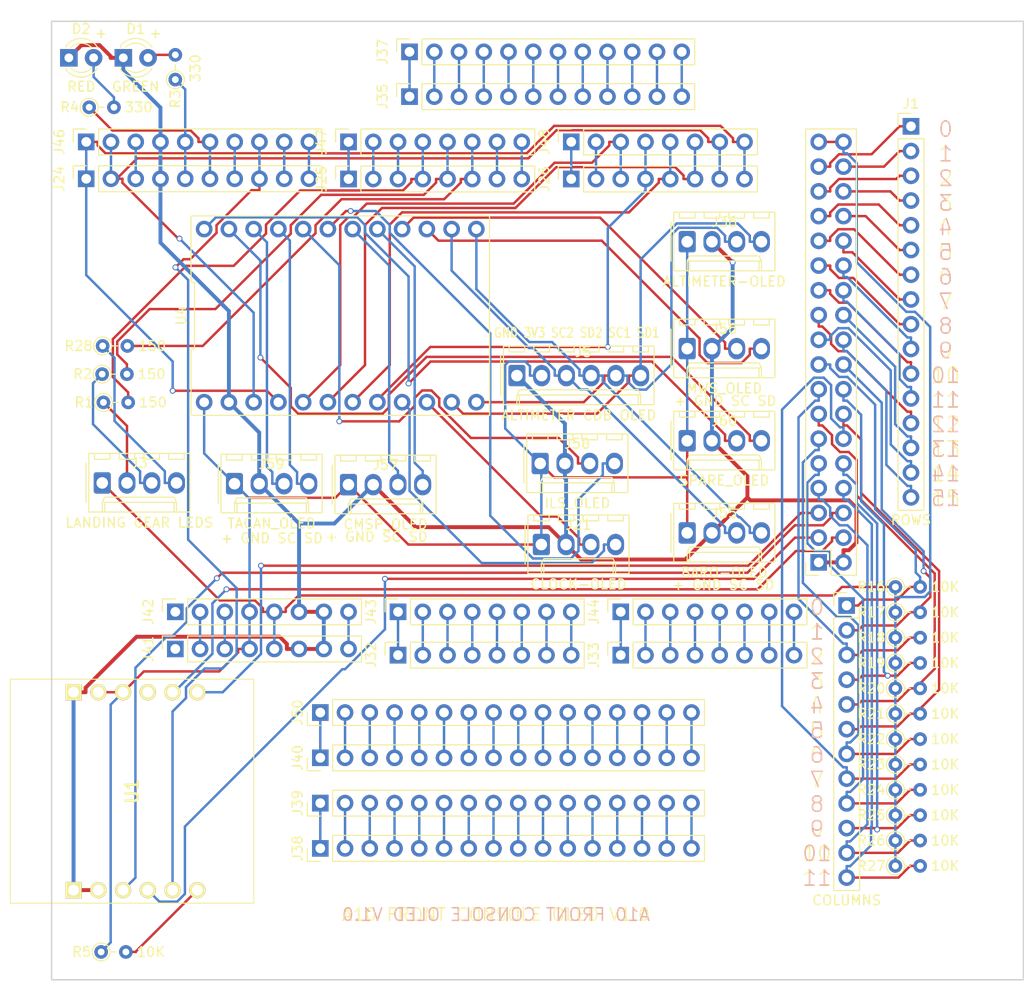
<source format=kicad_pcb>
(kicad_pcb (version 20240108) (generator "pcbnew") (generator_version "8.0")
  (title_block (date "mar. 31 mars 2015"))
  (layers (0 "F.Cu" signal) (31 "B.Cu" signal) (34 "B.Paste" user) (35 "F.Paste" user) (36 "B.SilkS" user "B.Silkscreen") (37 "F.SilkS" user "F.Silkscreen") (38 "B.Mask" user) (39 "F.Mask" user) (44 "Edge.Cuts" user))
  (net 0 "")
  (net 1 "GND")
  (net 2 "SCLK")
  (net 3 "ES1_RST")
  (net 4 "MISO")
  (net 5 "MOSI")
  (net 6 "+5V")
  (net 7 "/IOREF")
  (net 8 "/AREF")
  (net 9 "/*13")
  (net 10 "/*12")
  (net 11 "/TX0{slash}1")
  (net 12 "/RX0{slash}0")
  (net 13 "+3V3")
  (net 14 "Net-(D1-A)")
  (net 15 "Net-(D2-A)")
  (net 16 "VCC")
  (net 17 "/~{RESET}")
  (net 18 "SS")
  (net 19 "D21 SCL")
  (net 20 "D20 SDA")
  (net 21 "BACKLIGHT")
  (net 24 "Net-(U1-INT)")
  (net 25 "D14")
  (net 27 "D17")
  (net 28 "D15")
  (net 29 "D18")
  (net 30 "D16")
  (net 31 "D19")
  (net 32 "D11")
  (net 33 "D9")
  (net 34 "D8")
  (net 35 "D6")
  (net 36 "D3")
  (net 37 "/OLED/SD7")
  (net 38 "/OLED/SD5")
  (net 39 "/OLED/SC1")
  (net 40 "/OLED/SC2")
  (net 41 "/OLED/SD1")
  (net 42 "/OLED/SD0")
  (net 43 "/OLED/SC7")
  (net 44 "/OLED/SD2")
  (net 45 "/OLED/SD3")
  (net 46 "/OLED/SC6")
  (net 47 "/OLED/SC3")
  (net 48 "/OLED/SC0")
  (net 49 "/OLED/SD4")
  (net 50 "/OLED/SD6")
  (net 51 "/OLED/SC5")
  (net 52 "/OLED/SC4")
  (net 53 "D5")
  (net 54 "D7")
  (net 55 "D4")
  (net 56 "A7 D61")
  (net 57 "A3 D57")
  (net 58 "A6 D60")
  (net 59 "A4 D58")
  (net 60 "A2 D56")
  (net 61 "A0 D54")
  (net 62 "A1 D55")
  (net 63 "A5 D59")
  (net 64 "A14 D68")
  (net 65 "A10 D64")
  (net 66 "A15 D69")
  (net 67 "A13 D67")
  (net 68 "A11 D65")
  (net 69 "A8 D62")
  (net 70 "A9 D63")
  (net 71 "A12 D66")
  (net 72 "D47")
  (net 73 "D30")
  (net 74 "D48")
  (net 75 "D36")
  (net 76 "D31")
  (net 77 "D43")
  (net 78 "D28")
  (net 79 "D29")
  (net 80 "D33")
  (net 81 "D45")
  (net 82 "D46")
  (net 83 "D27")
  (net 84 "D38")
  (net 85 "D23")
  (net 86 "D42")
  (net 87 "D37")
  (net 88 "D49")
  (net 89 "D40")
  (net 90 "D34")
  (net 91 "D39")
  (net 92 "D44")
  (net 93 "D35")
  (net 94 "D25")
  (net 95 "D24")
  (net 96 "D22")
  (net 97 "D32")
  (net 98 "D26")
  (net 99 "D41")
  (net 100 "Net-(J35-Pin_12)")
  (net 101 "Net-(J35-Pin_4)")
  (net 102 "Net-(J35-Pin_6)")
  (net 103 "Net-(J35-Pin_7)")
  (net 104 "Net-(J35-Pin_3)")
  (net 105 "Net-(J35-Pin_5)")
  (net 106 "Net-(J35-Pin_2)")
  (net 107 "Net-(J35-Pin_10)")
  (net 108 "Net-(J35-Pin_8)")
  (net 109 "Net-(J35-Pin_11)")
  (net 110 "Net-(J35-Pin_1)")
  (net 111 "Net-(J35-Pin_9)")
  (net 112 "Net-(J38-Pin_1)")
  (net 113 "Net-(J38-Pin_8)")
  (net 114 "Net-(J38-Pin_3)")
  (net 115 "Net-(J38-Pin_11)")
  (net 116 "Net-(J38-Pin_12)")
  (net 117 "Net-(J38-Pin_10)")
  (net 118 "Net-(J38-Pin_16)")
  (net 119 "Net-(J38-Pin_9)")
  (net 120 "Net-(J38-Pin_6)")
  (net 121 "Net-(J38-Pin_14)")
  (net 122 "Net-(J38-Pin_5)")
  (net 123 "Net-(J38-Pin_13)")
  (net 124 "Net-(J38-Pin_15)")
  (net 125 "Net-(J38-Pin_2)")
  (net 126 "Net-(J38-Pin_7)")
  (net 127 "Net-(J38-Pin_4)")
  (net 128 "Net-(J40-Pin_15)")
  (net 129 "Net-(J40-Pin_3)")
  (net 130 "Net-(J40-Pin_2)")
  (net 131 "Net-(J40-Pin_14)")
  (net 132 "Net-(J40-Pin_6)")
  (net 133 "Net-(J40-Pin_11)")
  (net 134 "Net-(J40-Pin_9)")
  (net 135 "Net-(J40-Pin_8)")
  (net 136 "Net-(J40-Pin_12)")
  (net 137 "Net-(J40-Pin_1)")
  (net 138 "Net-(J40-Pin_7)")
  (net 139 "Net-(J40-Pin_16)")
  (net 140 "Net-(J40-Pin_5)")
  (net 141 "Net-(J40-Pin_10)")
  (net 142 "Net-(J40-Pin_13)")
  (net 143 "Net-(J40-Pin_4)")
  (net 144 "Net-(J3-Pin_4)")
  (net 145 "Net-(J3-Pin_3)")
  (net 146 "Net-(J3-Pin_2)")
  (footprint "Connector_PinSocket_2.54mm:PinSocket_2x18_P2.54mm_Vertical" (layer "F.Cu") (at 193.98 92.38 180)
    (property "Reference" "J45" (hide yes))
    (property "Value" "Digital")
  )
  (footprint "Connector_PinSocket_2.54mm:PinSocket_1x08_P2.54mm_Vertical" (layer "F.Cu") (at 127.94 97.46 90)
    (property "Reference" "J42")
    (property "Value" "Power")
  )
  (footprint "Connector_PinSocket_2.54mm:PinSocket_1x08_P2.54mm_Vertical" (layer "F.Cu") (at 150.8 97.46 90)
    (property "Reference" "J43")
    (property "Value" "Analog")
  )
  (footprint "Connector_PinSocket_2.54mm:PinSocket_1x08_P2.54mm_Vertical" (layer "F.Cu") (at 173.66 97.46 90)
    (property "Reference" "J44")
    (property "Value" "Analog")
  )
  (footprint "Connector_PinSocket_2.54mm:PinSocket_1x10_P2.54mm_Vertical" (layer "F.Cu") (at 118.796 49.2 90)
    (property "Reference" "J46")
    (property "Value" "PWM")
  )
  (footprint "Connector_PinSocket_2.54mm:PinSocket_1x08_P2.54mm_Vertical" (layer "F.Cu") (at 145.72 49.2 90)
    (property "Reference" "J47")
    (property "Value" "PWM")
  )
  (footprint "Connector_PinSocket_2.54mm:PinSocket_1x08_P2.54mm_Vertical" (layer "F.Cu") (at 168.58 49.2 90)
    (property "Reference" "J48")
    (property "Value" "Communication")
  )
  (footprint "Package_DIP:DIP-24_TCA9548A" (layer "F.Cu") (at 144.87 67.04)
    (property "Reference" "U4")
    (property "Value" "TCA9548APWR")
  )
  (footprint "Resistor_THT:R_Axial_DIN0204_L3.6mm_D1.6mm_P2.54mm_Vertical" (layer "F.Cu") (at 119.1 45.644)
    (property "Reference" "R4")
    (property "Value" "330")
  )
  (footprint "Resistor_THT:R_Axial_DIN0204_L3.6mm_D1.6mm_P2.54mm_Vertical" (layer "F.Cu") (at 201.85 94.9)
    (property "Reference" "R16")
    (property "Value" "10K")
  )
  (footprint "Resistor_THT:R_Axial_DIN0204_L3.6mm_D1.6mm_P2.54mm_Vertical" (layer "F.Cu") (at 120.43 73.05)
    (property "Reference" "R2")
    (property "Value" "150")
  )
  (footprint "Connector_Molex:Molex_KK-254_AE-6410-04A_1x04_P2.54mm_Vertical" (layer "F.Cu") (at 180.48 70.4322)
    (property "Reference" "J56")
    (property "Value" "MWS_OLED")
  )
  (footprint "Resistor_THT:R_Axial_DIN0204_L3.6mm_D1.6mm_P2.54mm_Vertical" (layer "F.Cu") (at 201.85 102.7136)
    (property "Reference" "R19")
    (property "Value" "10K")
  )
  (footprint "Resistor_THT:R_Axial_DIN0204_L3.6mm_D1.6mm_P2.54mm_Vertical" (layer "F.Cu") (at 120.325 132.385)
    (property "Reference" "R5")
    (property "Value" "10K")
  )
  (footprint "Connector_Molex:Molex_KK-254_AE-6410-04A_1x04_P2.54mm_Vertical" (layer "F.Cu") (at 165.51 90.55)
    (property "Reference" "J21")
    (property "Value" "CLOCK-OLED")
  )
  (footprint "Connector_PinSocket_2.54mm:PinSocket_1x08_P2.54mm_Vertical" (layer "F.Cu") (at 173.66 101.905 90)
    (property "Reference" "J33")
    (property "Value" "Analog")
  )
  (footprint "Resistor_THT:R_Axial_DIN0204_L3.6mm_D1.6mm_P2.54mm_Vertical" (layer "F.Cu") (at 120.48 70.15)
    (property "Reference" "R28")
    (property "Value" "150")
  )
  (footprint "Arduino_MountingHole:MountingHole_3.2mm" (layer "F.Cu") (at 196.02 132.385)
    (property "Reference" "H2")
    (property "Value" "MountingHole")
  )
  (footprint "Connector_PinHeader_2.54mm:PinHeader_1x12_P2.54mm_Vertical" (layer "F.Cu") (at 196.85 96.81)
    (property "Reference" "J2" (hide yes))
    (property "Value" "COLUMNS")
  )
  (footprint "Connector_PinSocket_2.54mm:PinSocket_1x08_P2.54mm_Vertical" (layer "F.Cu") (at 127.94 101.27 90)
    (property "Reference" "J41")
    (property "Value" "Power")
  )
  (footprint "Connector_PinSocket_2.54mm:PinSocket_1x12_P2.54mm_Vertical" (layer "F.Cu") (at 151.98 39.95 90)
    (property "Reference" "J37")
    (property "Value" "PATCH")
  )
  (footprint "Connector_PinHeader_2.54mm:PinHeader_1x16_P2.54mm_Vertical" (layer "F.Cu") (at 142.82 107.8 90)
    (property "Reference" "J50")
    (property "Value" "PATCH")
  )
  (footprint "Resistor_THT:R_Axial_DIN0204_L3.6mm_D1.6mm_P2.54mm_Vertical" (layer "F.Cu") (at 201.85 100.1091)
    (property "Reference" "R18")
    (property "Value" "10K")
  )
  (footprint "Connector_PinHeader_2.54mm:PinHeader_1x16_P2.54mm_Vertical" (layer "F.Cu") (at 142.82 121.75 90)
    (property "Reference" "J38")
    (property "Value" "PATCH")
  )
  (footprint "Resistor_THT:R_Axial_DIN0204_L3.6mm_D1.6mm_P2.54mm_Vertical" (layer "F.Cu") (at 201.85 105.3182)
    (property "Reference" "R20")
    (property "Value" "10K")
  )
  (footprint "Connector_PinSocket_2.54mm:PinSocket_1x12_P2.54mm_Vertical" (layer "F.Cu") (at 151.98 44.55 90)
    (property "Reference" "J35")
    (property "Value" "PATCH")
  )
  (footprint "Resistor_THT:R_Axial_DIN0204_L3.6mm_D1.6mm_P2.54mm_Vertical" (layer "F.Cu") (at 201.85 107.9227)
    (property "Reference" "R21")
    (property "Value" "10K")
  )
  (footprint "Arduino_MountingHole:MountingHole_3.2mm" (layer "F.Cu") (at 196.02 39.675)
    (property "Reference" "H3")
    (property "Value" "MountingHole")
  )
  (footprint "Resistor_THT:R_Axial_DIN0204_L3.6mm_D1.6mm_P2.54mm_Vertical" (layer "F.Cu") (at 201.85 123.55)
    (property "Reference" "R27")
    (property "Value" "10K")
  )
  (footprint "Connector_PinSocket_2.54mm:PinSocket_1x08_P2.54mm_Vertical" (layer "F.Cu") (at 168.58 53.01 90)
    (property "Reference" "J26")
    (property "Value" "Communication")
  )
  (footprint "Resistor_THT:R_Axial_DIN0204_L3.6mm_D1.6mm_P2.54mm_Vertical" (layer "F.Cu") (at 201.85 97.5045)
    (property "Reference" "R17")
    (property "Value" "10K")
  )
  (footprint "Resistor_THT:R_Axial_DIN0204_L3.6mm_D1.6mm_P2.54mm_Vertical" (layer "F.Cu") (at 201.85 120.9454)
    (property "Reference" "R26")
    (property "Value" "10K")
  )
  (footprint "Resistor_THT:R_Axial_DIN0204_L3.6mm_D1.6mm_P2.54mm_Vertical" (layer "F.Cu") (at 201.85 113.1318)
    (property "Reference" "R23")
    (property "Value" "10K")
  )
  (footprint "Connector_Molex:Molex_KK-254_AE-6410-04A_1x04_P2.54mm_Vertical" (layer "F.Cu") (at 145.71 84.4)
    (property "Reference" "J57")
    (property "Value" "CMSP_OLED")
  )
  (footprint "Connector_Molex:Molex_KK-254_AE-6410-04A_1x04_P2.54mm_Vertical" (layer "F.Cu") (at 134.01 84.3)
    (property "Reference" "J59")
    (property "Value" "TACAN_OLED")
  )
  (footprint "Connector_Molex:Molex_KK-254_AE-6410-06A_1x06_P2.54mm_Vertical" (layer "F.Cu") (at 163 73.2)
    (property "Reference" "J5")
    (property "Value" "ALTIMETER CDB OLED")
  )
  (footprint "Connector_Molex:Molex_KK-254_AE-6410-04A_1x04_P2.54mm_Vertical" (layer "F.Cu") (at 165.39 82.22)
    (property "Reference" "J58")
    (property "Value" "ILS_OLED")
  )
  (footprint "Connector_PinHeader_2.54mm:PinHeader_1x16_P2.54mm_Vertical" (layer "F.Cu") (at 203.45 47.6)
    (property "Reference" "J1")
    (property "Value" "ROWS")
  )
  (footprint "Connector_PinSocket_2.54mm:PinSocket_1x08_P2.54mm_Vertical" (layer "F.Cu") (at 145.72 53.01 90)
    (property "Reference" "J25")
    (property "Value" "PWM")
  )
  (footprint "Connector_PinSocket_2.54mm:PinSocket_1x08_P2.54mm_Vertical" (layer "F.Cu") (at 150.8 101.905 90)
    (property "Reference" "J32")
    (property "Value" "Analog")
  )
  (footprint "Resistor_THT:R_Axial_DIN0204_L3.6mm_D1.6mm_P2.54mm_Vertical" (layer "F.Cu") (at 120.56 75.95)
    (property "Reference" "R1")
    (property "Value" "150")
  )
  (footprint "Resistor_THT:R_Axial_DIN0204_L3.6mm_D1.6mm_P2.54mm_Vertical" (layer "F.Cu") (at 201.85 115.7364)
    (property "Reference" "R24")
    (property "Value" "10K")
  )
  (footprint "Resistor_THT:R_Axial_DIN0204_L3.6mm_D1.6mm_P2.54mm_Vertical" (layer "F.Cu") (at 201.85 118.3409)
    (property "Reference" "R25")
    (property "Value" "10K")
  )
  (footprint "LED_THT:LED_D3.0mm" (layer "F.Cu") (at 122.601 40.564)
    (property "Reference" "D1")
    (property "Value" "GREEN")
  )
  (footprint "Connector_Molex:Molex_KK-254_AE-6410-04A_1x04_P2.54mm_Vertical" (layer "F.Cu") (at 120.44 84.22)
    (property "Reference" "J3")
    (property "Value" "LANDING GEAR LEDS")
  )
  (footprint "Connector_Molex:Molex_KK-254_AE-6410-04A_1x04_P2.54mm_Vertical" (layer "F.Cu") (at 180.48 59.45)
    (property "Reference" "J36")
    (property "Value" "ALTIMETER-OLED")
  )
  (footprint "Connector_Molex:Molex_KK-254_AE-6410-04A_1x04_P2.54mm_Vertical" (layer "F.Cu") (at 180.48 79.8911)
    (property "Reference" "J60")
    (property "Value" "SPARE_OLED")
  )
  (footprint "Resistor_THT:R_Axial_DIN0204_L3.6mm_D1.6mm_P2.54mm_Vertical" (layer "F.Cu") (at 127.94 42.8 90)
    (property "Reference" "R3")
    (property "Value" "330")
  )
  (footprint "Connector_PinHeader_2.54mm:PinHeader_1x16_P2.54mm_Vertical" (layer "F.Cu") (at 142.82 112.45 90)
    (property "Reference" "J40")
    (property "Value" "PATCH")
  )
  (footprint "Arduino_MountingHole:MountingHole_3.2mm" (layer "F.Cu") (at 166.04 64.44)
    (property "Reference" "MH1" (hide yes))
    (property "Value" "MountingHole_3.2mm" (hide yes))
  )
  (footprint "USR-ES1:USRES1" (layer "F.Cu") (at 117.495 126.035 90)
    (property "Reference" "U1")
    (property "Value" "USR-ES1" (hide yes))
  )
  (footprint "Connector_PinSocket_2.54mm:PinSocket_1x10_P2.54mm_Vertical" (layer "F.Cu") (at 118.796 52.985 90)
    (property "Reference" "J24")
    (property "Value" "PWM")
  )
  (footprint "Connector_Molex:Molex_KK-254_AE-6410-04A_1x04_P2.54mm_Vertical" (layer "F.Cu") (at 180.48 89.35)
    (property "Reference" "J55")
    (property "Value" "BARO-OLED")
  )
  (footprint "Arduino_MountingHole:MountingHole_3.2mm" (layer "F.Cu") (at 136.02 132.385)
    (property "Reference" "H1")
    (property "Value" "MountingHole")
  )
  (footprint "Resistor_THT:R_Axial_DIN0204_L3.6mm_D1.6mm_P2.54mm_Vertical" (layer "F.Cu") (at 201.85 110.5273)
    (property "Reference" "R22")
    (property "Value" "10K")
  )
  (footprint "Connector_PinHeader_2.54mm:PinHeader_1x16_P2.54mm_Vertical" (layer "F.Cu") (at 142.82 117.1 90)
    (property "Reference" "J39")
    (property "Value" "PATCH")
  )
  (footprint "LED_THT:LED_D3.0mm" (layer "F.Cu") (at 117.013 40.564)
    (property "Reference" "D2")
    (property "Value" "RED")
  )
  (footprint "Arduino_MountingHole:MountingHole_3.2mm" (layer "F.Cu") (at 136.02 39.675)
    (property "Reference" "H4")
    (property "Value" "MountingHole")
  )
  (gr_rect (start 115.24 36.8175) (end 215 135.2425) (stroke (width 0.15)) (fill none) (layer "Edge.Cuts"))
  (gr_text "0\n1\n2\n3\n4\n5\n6\n7\n8\n9\n10\n11\n12\n13\n14\n15" (at 207 66.85 -0) (layer "B.SilkS") (effects (font (size 1.57 1.6)) (justify mirror)))
  (gr_text "A10 FRONT CONSOLE OLED V1.0" (at 160.85 128.55 0) (layer "B.SilkS") (effects (font (size 1.3 1.3)) (justify mirror)))
  (gr_text "0\n1\n2\n3\n4\n5\n6\n7\n8\n9\n10\n11" (at 193.8 110.9 -0) (layer "B.SilkS") (effects (font (size 1.57 1.6)) (justify mirror)))
  (gr_text "GND 3V3 SC2 SD2 SC1 SD1" (at 169.15 68.8 0) (layer "F.SilkS") (effects (font (size 1 0.8))))
  (gr_text "+ GND SC SD" (at 184.4 75.8 0) (layer "F.SilkS") (effects (font (size 1 1))))
  (gr_text "+ GND SC SD" (at 137.85 89.9 0) (layer "F.SilkS") (effects (font (size 1 1))))
  (gr_text "+ GND SC SD" (at 184.2 94.7 0) (layer "F.SilkS") (effects (font (size 1 1))))
  (gr_text "0\n1\n2\n3\n4\n5\n6\n7\n8\n9\n10\n11\n12\n13\n14\n15" (at 207 66.85 0) (layer "F.SilkS") (effects (font (size 1.57 1.6))))
  (gr_text "0\n1\n2\n3\n4\n5\n6\n7\n8\n9\n10\n11" (at 193.8 110.9 0) (layer "F.SilkS") (effects (font (size 1.57 1.6))))
  (gr_text "A10 FRONT CONSOLE OLED V1.0" (at 160.85 128.55 -0) (layer "F.SilkS") (effects (font (size 1.3 1.3))))
  (gr_text "+ GND SC SD" (at 148.6 89.75 0) (layer "F.SilkS") (effects (font (size 1 1))))
  (gr_text "+" (at 125.908 38.024 0) (layer "F.SilkS") (effects (font (size 1 1))))
  (gr_text "+" (at 120.32 38.024 0) (layer "F.SilkS") (effects (font (size 1 1))))
  (segment (start 140.0701 101.27) (end 139.3899 101.27) (width 0.4) (layer "F.Cu") (net 1))
  (segment (start 186.66 85.71) (end 186.9602 86.0102) (width 0.4) (layer "F.Cu") (net 1))
  (segment (start 180.2858 92.0842) (end 169.5842 92.0842) (width 0.4) (layer "F.Cu") (net 1))
  (segment (start 186.66 85.71) (end 186.66 83.5311) (width 0.4) (layer "F.Cu") (net 1))
  (segment (start 121.3009 40.4014) (end 121.3009 40.564) (width 0.4) (layer "F.Cu") (net 1))
  (segment (start 166.2625 88.7625) (end 168.05 90.55) (width 0.4) (layer "F.Cu") (net 1))
  (segment (start 120.1634 39.2639) (end 121.3009 40.4014) (width 0.4) (layer "F.Cu") (net 1))
  (segment (start 183.02 59.45) (end 185.1465 61.5765) (width 0.4) (layer "F.Cu") (net 1))
  (segment (start 117.495 105.715) (end 118.7276 105.715) (width 0.4) (layer "F.Cu") (net 1))
  (segment (start 143.18 97.46) (end 140.64 97.46) (width 0.4) (layer "F.Cu") (net 1))
  (segment (start 122.601 40.564) (end 121.3009 40.564) (width 0.4) (layer "F.Cu") (net 1))
  (segment (start 148.25 84.4) (end 152.6125 88.7625) (width 0.4) (layer "F.Cu") (net 1))
  (segment (start 152.6125 88.7625) (end 166.2625 88.7625) (width 0.4) (layer "F.Cu") (net 1))
  (segment (start 169.5842 92.0842) (end 168.05 90.55) (width 0.4) (layer "F.Cu") (net 1))
  (segment (start 196.52 92.38) (end 196.52 91.1299) (width 0.4) (layer "F.Cu") (net 1))
  (segment (start 186.66 83.5311) (end 183.02 79.8911) (width 0.4) (layer "F.Cu") (net 1))
  (segment (start 118.7276 105.2528) (end 123.9649 100.0155) (width 0.4) (layer "F.Cu") (net 1))
  (segment (start 193.98 92.38) (end 196.52 92.38) (width 0.4) (layer "F.Cu") (net 1))
  (segment (start 140.64 101.27) (end 143.18 101.27) (width 0.4) (layer "F.Cu") (net 1))
  (segment (start 118.3131 39.2639) (end 120.1634 39.2639) (width 0.4) (layer "F.Cu") (net 1))
  (segment (start 140.0701 101.27) (end 140.64 101.27) (width 0.4) (layer "F.Cu") (net 1))
  (segment (start 117.013 40.564) (end 118.3131 39.2639) (width 0.4) (layer "F.Cu") (net 1))
  (segment (start 197.852 86.7881) (end 197.852 90.3448) (width 0.4) (layer "F.Cu") (net 1))
  (segment (start 186.66 85.71) (end 183.02 89.35) (width 0.4) (layer "F.Cu") (net 1))
  (segment (start 197.0741 86.0102) (end 197.852 86.7881) (width 0.4) (layer "F.Cu") (net 1))
  (segment (start 186.9602 86.0102) (end 197.0741 86.0102) (width 0.4) (layer "F.Cu") (net 1))
  (segment (start 138.6534 100.0155) (end 139.3899 100.752) (width 0.4) (layer "F.Cu") (net 1))
  (segment (start 197.0669 91.1299) (end 196.52 91.1299) (width 0.4) (layer "F.Cu") (net 1))
  (segment (start 118.7276 105.715) (end 118.7276 105.2528) (width 0.4) (layer "F.Cu") (net 1))
  (segment (start 139.3899 100.752) (end 139.3899 101.27) (width 0.4) (layer "F.Cu") (net 1))
  (segment (start 183.02 89.35) (end 180.2858 92.0842) (width 0.4) (layer "F.Cu") (net 1))
  (segment (start 120.035 126.035) (end 117.495 126.035) (width 0.4) (layer "F.Cu") (net 1))
  (segment (start 197.852 90.3448) (end 197.0669 91.1299) (width 0.4) (layer "F.Cu") (net 1))
  (segment (start 123.9649 100.0155) (end 138.6534 100.0155) (width 0.4) (layer "F.Cu") (net 1))
  (via (at 185.1465 61.5765) (size 0.6) (drill 0.4) (layers "F.Cu" "B.Cu") (net 1))
  (segment (start 133.44 66.5704) (end 133.44 75.93) (width 0.4) (layer "B.Cu") (net 1))
  (segment (start 122.601 41.8641) (end 126.416 45.6791) (width 0.4) (layer "B.Cu") (net 1))
  (segment (start 143.18 101.27) (end 143.18 97.46) (width 0.4) (layer "B.Cu") (net 1))
  (segment (start 168.05 90.55) (end 168.05 83.8351) (width 0.4) (layer "B.Cu") (net 1))
  (segment (start 183.02 79.8911) (end 183.02 70.4322) (width 0.4) (layer "B.Cu") (net 1))
  (segment (start 168.05 83.8351) (end 167.93 83.7151) (width 0.4) (layer "B.Cu") (net 1))
  (segment (start 167.93 82.22) (end 167.93 83.7151) (width 0.4) (layer "B.Cu") (net 1))
  (segment (start 117.495 105.715) (end 117.495 126.035) (width 0.4) (layer "B.Cu") (net 1))
  (segment (start 126.416 59.5464) (end 133.44 66.5704) (width 0.4) (layer "B.Cu") (net 1))
  (segment (start 122.601 40.564) (end 122.601 41.8641) (width 0.4) (layer "B.Cu") (net 1))
  (segment (start 185.1465 68.3057) (end 185.1465 61.5765) (width 0.4) (layer "B.Cu") (net 1))
  (segment (start 144.26 88.39) (end 148.25 84.4) (width 0.4) (layer "B.Cu") (net 1))
  (segment (start 133.44 75.93) (end 136.55 79.04) (width 0.4) (layer "B.Cu") (net 1))
  (segment (start 167.93 78.13) (end 163 73.2) (width 0.4) (layer "B.Cu") (net 1))
  (segment (start 183.02 70.4322) (end 185.1465 68.3057) (width 0.4) (layer "B.Cu") (net 1))
  (segment (start 126.416 45.6791) (end 126.416 49.2) (width 0.4) (layer "B.Cu") (net 1))
  (segment (start 126.416 52.985) (end 126.416 59.5464) (width 0.4) (layer "B.Cu") (net 1))
  (segment (start 136.55 79.04) (end 136.55 84.3) (width 0.4) (layer "B.Cu") (net 1))
  (segment (start 126.416 49.2) (end 126.416 52.985) (width 0.4) (layer "B.Cu") (net 1))
  (segment (start 167.93 82.22) (end 167.93 78.13) (width 0.4) (layer "B.Cu") (net 1))
  (segment (start 140.64 97.46) (end 140.64 88.39) (width 0.4) (layer "B.Cu") (net 1))
  (segment (start 140.64 88.39) (end 136.55 84.3) (width 0.4) (layer "B.Cu") (net 1))
  (segment (start 140.64 88.39) (end 144.26 88.39) (width 0.4) (layer "B.Cu") (net 1))
  (segment (start 193.98 89.84) (end 191.5382 89.84) (width 0.25) (layer "F.Cu") (net 2))
  (segment (start 187.3089 94.0693) (end 149.4559 94.0693) (width 0.25) (layer "F.Cu") (net 2))
  (segment (start 191.5382 89.84) (end 187.3089 94.0693) (width 0.25) (layer "F.Cu") (net 2))
  (via (at 149.4559 94.0693) (size 0.6) (drill 0.4) (layers "F.Cu" "B.Cu") (net 2))
  (segment (start 145.3594 103.3502) (end 149.4559 99.2537) (width 0.25) (layer "B.Cu") (net 2))
  (segment (start 145.0792 103.3502) (end 145.3594 103.3502) (width 0.25) (layer "B.Cu") (net 2))
  (segment (start 128.925 126.4255) (end 128.925 119.5044) (width 0.25) (layer "B.Cu") (net 2))
  (segment (start 125.115 126.035) (end 126.2985 127.2185) (width 0.25) (layer "B.Cu") (net 2))
  (segment (start 128.132 127.2185) (end 128.925 126.4255) (width 0.25) (layer "B.Cu") (net 2))
  (segment (start 126.2985 127.2185) (end 128.132 127.2185) (width 0.25) (layer "B.Cu") (net 2))
  (segment (start 149.4559 99.2537) (end 149.4559 94.0693) (width 0.25) (layer "B.Cu") (net 2))
  (segment (start 128.925 119.5044) (end 145.0792 103.3502) (width 0.25) (layer "B.Cu") (net 2))
  (segment (start 191.6482 91.2048) (end 187.7086 95.1444) (width 0.25) (layer "F.Cu") (net 3))
  (segment (start 187.7086 95.1444) (end 133.188 95.1444) (width 0.25) (layer "F.Cu") (net 3))
  (segment (start 195.3449 89.84) (end 195.3449 90.2052) (width 0.25) (layer "F.Cu") (net 3))
  (segment (start 196.52 89.84) (end 195.3449 89.84) (width 0.25) (layer "F.Cu") (net 3))
  (segment (start 195.3449 90.2052) (end 194.3453 91.2048) (width 0.25) (layer "F.Cu") (net 3))
  (segment (start 194.3453 91.2048) (end 191.6482 91.2048) (width 0.25) (layer "F.Cu") (net 3))
  (via (at 133.188 95.1444) (size 0.6) (drill 0.4) (layers "F.Cu" "B.Cu") (net 3))
  (segment (start 127.7943 105.715) (end 131.75 101.7593) (width 0.25) (layer "B.Cu") (net 3))
  (segment (start 131.75 101.7593) (end 131.75 96.5824) (width 0.25) (layer "B.Cu") (net 3))
  (segment (start 131.75 96.5824) (end 133.188 95.1444) (width 0.25) (layer "B.Cu") (net 3))
  (segment (start 127.655 105.715) (end 127.7943 105.715) (width 0.25) (layer "B.Cu") (net 3))
  (segment (start 192.8049 87.3) (end 192.1683 87.3) (width 0.25) (layer "F.Cu") (net 4))
  (segment (start 186.7493 92.719) (end 136.7352 92.719) (width 0.25) (layer "F.Cu") (net 4))
  (segment (start 192.1683 87.3) (end 186.7493 92.719) (width 0.25) (layer "F.Cu") (net 4))
  (segment (start 193.98 87.3) (end 192.8049 87.3) (width 0.25) (layer "F.Cu") (net 4))
  (via (at 136.7352 92.719) (size 0.6) (drill 0.4) (layers "F.Cu" "B.Cu") (net 4))
  (segment (start 132.8043 105.715) (end 136.7352 101.7841) (width 0.25) (layer "B.Cu") (net 4))
  (segment (start 136.7352 101.7841) (end 136.7352 92.719) (width 0.25) (layer "B.Cu") (net 4))
  (segment (start 130.195 105.715) (end 132.8043 105.715) (width 0.25) (layer "B.Cu") (net 4))
  (segment (start 194.4401 88.57) (end 191.5349 88.57) (width 0.25) (layer "F.Cu") (net 5))
  (segment (start 191.5349 88.57) (end 186.6607 93.4442) (width 0.25) (layer "F.Cu") (net 5))
  (segment (start 196.52 87.3) (end 195.3449 87.3) (width 0.25) (layer "F.Cu") (net 5))
  (segment (start 186.6607 93.4442) (end 132.7673 93.4442) (width 0.25) (layer "F.Cu") (net 5))
  (segment (start 132.7673 93.4442) (end 132.1986 94.0129) (width 0.25) (layer "F.Cu") (net 5))
  (segment (start 195.3449 87.6652) (end 194.4401 88.57) (width 0.25) (layer "F.Cu") (net 5))
  (segment (start 195.3449 87.3) (end 195.3449 87.6652) (width 0.25) (layer "F.Cu") (net 5))
  (via (at 132.1986 94.0129) (size 0.6) (drill 0.4) (layers "F.Cu" "B.Cu") (net 5))
  (segment (start 129.1152 98.4751) (end 129.1152 97.0963) (width 0.25) (layer "B.Cu") (net 5))
  (segment (start 123.845 124.765) (end 123.845 103.2053) (width 0.25) (layer "B.Cu") (net 5))
  (segment (start 127.0503 100) (end 127.5903 100) (width 0.25) (layer "B.Cu") (net 5))
  (segment (start 122.575 126.035) (end 123.845 124.765) (width 0.25) (layer "B.Cu") (net 5))
  (segment (start 129.1152 97.0963) (end 132.1986 94.0129) (width 0.25) (layer "B.Cu") (net 5))
  (segment (start 123.845 103.2053) (end 127.0503 100) (width 0.25) (layer "B.Cu") (net 5))
  (segment (start 127.5903 100) (end 129.1152 98.4751) (width 0.25) (layer "B.Cu") (net 5))
  (segment (start 138.1 97.46) (end 136.9249 97.46) (width 0.25) (layer "F.Cu") (net 6))
  (segment (start 195.489 95.7804) (end 140.5894 95.7804) (width 0.25) (layer "F.Cu") (net 6))
  (segment (start 140.5894 95.7804) (end 139.2751 97.0947) (width 0.25) (layer "F.Cu") (net 6))
  (segment (start 136.9249 97.0927) (end 136.1171 96.2849) (width 0.25) (layer "F.Cu") (net 6))
  (segment (start 201.85 94.9) (end 196.3694 94.9) (width 0.25) (layer "F.Cu") (net 6))
  (segment (start 196.3694 94.9) (end 195.489 95.7804) (width 0.25) (layer "F.Cu") (net 6))
  (segment (start 196.52 49.2) (end 193.98 49.2) (width 0.25) (layer "F.Cu") (net 6))
  (segment (start 132.5049 96.2849) (end 120.44 84.22) (width 0.25) (layer "F.Cu") (net 6))
  (segment (start 136.9249 97.46) (end 136.9249 97.0927) (width 0.25) (layer "F.Cu") (net 6))
  (segment (start 136.1171 96.2849) (end 132.5049 96.2849) (width 0.25) (layer "F.Cu") (net 6))
  (segment (start 138.1 97.46) (end 139.2751 97.46) (width 0.25) (layer "F.Cu") (net 6))
  (segment (start 139.2751 97.0947) (end 139.2751 97.46) (width 0.25) (layer "F.Cu") (net 6))
  (segment (start 201.85 97.5045) (end 201.85 95.9395) (width 0.25) (layer "B.Cu") (net 6))
  (segment (start 201.85 105.3182) (end 201.85 102.7136) (width 0.25) (layer "B.Cu") (net 6))
  (segment (start 196.8852 50.3751) (end 196.52 50.3751) (width 0.25) (layer "B.Cu") (net 6))
  (segment (start 201.85 120.9454) (end 201.85 123.55) (width 0.25) (layer "B.Cu") (net 6))
  (segment (start 201.85 110.5273) (end 201.85 107.9227) (width 0.25) (layer "B.Cu") (net 6))
  (segment (start 201.85 100.1091) (end 201.85 102.7136) (width 0.25) (layer "B.Cu") (net 6))
  (segment (start 201.85 95.9395) (end 204.8451 95.9395) (width 0.25) (layer "B.Cu") (net 6))
  (segment (start 205.423 68.2013) (end 203.8717 66.65) (width 0.25) (layer "B.Cu") (net 6))
  (segment (start 201.85 95.9395) (end 201.85 94.9) (width 0.25) (layer "B.Cu") (net 6))
  (segment (start 201.85 115.7364) (end 201.85 118.3409) (width 0.25) (layer "B.Cu") (net 6))
  (segment (start 205.423 95.3616) (end 205.423 68.2013) (width 0.25) (layer "B.Cu") (net 6))
  (segment (start 204.8451 95.9395) (end 205.423 95.3616) (width 0.25) (layer "B.Cu") (net 6))
  (segment (start 201.85 118.3409) (end 201.85 120.9454) (width 0.25) (layer "B.Cu") (net 6))
  (segment (start 197.8848 61.5614) (end 197.8848 51.3747) (width 0.25) (layer "B.Cu") (net 6))
  (segment (start 196.52 49.2) (end 196.52 50.3751) (width 0.25) (layer "B.Cu") (net 6))
  (segment (start 201.85 113.1318) (end 201.85 115.7364) (width 0.25) (layer "B.Cu") (net 6))
  (segment (start 202.9734 66.65) (end 197.8848 61.5614) (width 0.25) (layer "B.Cu") (net 6))
  (segment (start 201.85 113.1318) (end 201.85 110.5273) (width 0.25) (layer "B.Cu") (net 6))
  (segment (start 201.85 107.9227) (end 201.85 105.3182) (width 0.25) (layer "B.Cu") (net 6))
  (segment (start 203.8717 66.65) (end 202.9734 66.65) (width 0.25) (layer "B.Cu") (net 6))
  (segment (start 197.8848 51.3747) (end 196.8852 50.3751) (width 0.25) (layer "B.Cu") (net 6))
  (segment (start 138.1 101.27) (end 138.1 97.46) (width 0.25) (layer "B.Cu") (net 6))
  (segment (start 201.85 100.1091) (end 201.85 97.5045) (width 0.25) (layer "B.Cu") (net 6))
  (segment (start 130.48 101.27) (end 130.48 97.46) (width 0.25) (layer "B.Cu") (net 7))
  (segment (start 123.876 52.985) (end 123.876 49.2) (width 0.25) (layer "B.Cu") (net 8))
  (segment (start 128.956 43.816) (end 128.956 49.2) (width 0.25) (layer "B.Cu") (net 9))
  (segment (start 127.94 42.8) (end 128.956 43.816) (width 0.25) (layer "B.Cu") (net 9))
  (segment (start 128.956 52.985) (end 128.956 49.2) (width 0.25) (layer "B.Cu") (net 9))
  (segment (start 130.3209 49.2) (end 130.3209 48.8327) (width 0.25) (layer "F.Cu") (net 10))
  (segment (start 130.3209 48.8327) (end 129.5131 48.0249) (width 0.25) (layer "F.Cu") (net 10))
  (segment (start 131.496 49.2) (end 130.3209 49.2) (width 0.25) (layer "F.Cu") (net 10))
  (segment (start 121.4809 48.0249) (end 119.1 45.644) (width 0.25) (layer "F.Cu") (net 10))
  (segment (start 129.5131 48.0249) (end 121.4809 48.0249) (width 0.25) (layer "F.Cu") (net 10))
  (segment (start 131.496 52.985) (end 131.496 49.2) (width 0.25) (layer "B.Cu") (net 10))
  (segment (start 160.96 53.01) (end 160.96 49.2) (width 0.25) (layer "B.Cu") (net 11))
  (segment (start 163.5 53.01) (end 163.5 49.2) (width 0.25) (layer "B.Cu") (net 12))
  (segment (start 120.035 105.715) (end 122.575 105.715) (width 0.25) (layer "F.Cu") (net 13))
  (segment (start 134.3849 101.6352) (end 134.3849 101.27) (width 0.25) (layer "F.Cu") (net 13))
  (segment (start 122.575 105.715) (end 124.7133 103.5767) (width 0.25) (layer "F.Cu") (net 13))
  (segment (start 124.7133 103.5767) (end 132.4434 103.5767) (width 0.25) (layer "F.Cu") (net 13))
  (segment (start 132.4434 103.5767) (end 134.3849 101.6352) (width 0.25) (layer "F.Cu") (net 13))
  (segment (start 145.71 84.4) (end 151.86 90.55) (width 0.25) (layer "F.Cu") (net 13))
  (segment (start 180.48 83.6509) (end 166.8209 83.6509) (width 0.25) (layer "F.Cu") (net 13))
  (segment (start 180.48 83.6509) (end 180.48 79.8911) (width 0.25) (layer "F.Cu") (net 13))
  (segment (start 151.86 90.55) (end 165.51 90.55) (width 0.25) (layer "F.Cu") (net 13))
  (segment (start 135.56 101.27) (end 134.3849 101.27) (width 0.25) (layer "F.Cu") (net 13))
  (segment (start 134.01 84.3) (end 135.4547 85.7447) (width 0.25) (layer "F.Cu") (net 13))
  (segment (start 144.3653 85.7447) (end 145.71 84.4) (width 0.25) (layer "F.Cu") (net 13))
  (segment (start 166.8209 83.6509) (end 165.39 82.22) (width 0.25) (layer "F.Cu") (net 13))
  (segment (start 180.48 89.35) (end 180.48 83.6509) (width 0.25) (layer "F.Cu") (net 13))
  (segment (start 135.4547 85.7447) (end 144.3653 85.7447) (width 0.25) (layer "F.Cu") (net 13))
  (segment (start 165.39 82.22) (end 161.7999 78.6299) (width 0.25) (layer "B.Cu") (net 13))
  (segment (start 135.56 97.46) (end 135.56 85.85) (width 0.25) (layer "B.Cu") (net 13))
  (segment (start 161.7999 78.6299) (end 161.7999 72.1017) (width 0.25) (layer "B.Cu") (net 13))
  (segment (start 161.7999 72.1017) (end 162.1624 71.7392) (width 0.25) (layer "B.Cu") (net 13))
  (segment (start 135.56 101.27) (end 135.56 97.46) (width 0.25) (layer "B.Cu") (net 13))
  (segment (start 121.305 106.985) (end 121.305 131.405) (width 0.25) (layer "B.Cu") (net 13))
  (segment (start 180.48 59.45) (end 180.48 70.4322) (width 0.25) (layer "B.Cu") (net 13))
  (segment (start 122.575 105.715) (end 121.305 106.985) (width 0.25) (layer "B.Cu") (net 13))
  (segment (start 121.305 131.405) (end 120.325 132.385) (width 0.25) (layer "B.Cu") (net 13))
  (segment (start 165.51 90.55) (end 165.51 82.34) (width 0.25) (layer "B.Cu") (net 13))
  (segment (start 135.56 85.85) (end 134.01 84.3) (width 0.25) (layer "B.Cu") (net 13))
  (segment (start 165.51 82.34) (end 165.39 82.22) (width 0.25) (layer "B.Cu") (net 13))
  (segment (start 163.8418 71.7392) (end 164.3449 72.2423) (width 0.25) (layer "B.Cu") (net 13))
  (segment (start 165.54 73.2) (end 164.3449 73.2) (width 0.25) (layer "B.Cu") (net 13))
  (segment (start 130.9 81.19) (end 134.01 84.3) (width 0.25) (layer "B.Cu") (net 13))
  (segment (start 130.9 75.93) (end 130.9 81.19) (width 0.25) (layer "B.Cu") (net 13))
  (segment (start 164.3449 72.2423) (end 164.3449 73.2) (width 0.25) (layer "B.Cu") (net 13))
  (segment (start 162.1624 71.7392) (end 163.8418 71.7392) (width 0.25) (layer "B.Cu") (net 13))
  (segment (start 180.48 70.4322) (end 180.48 79.8911) (width 0.25) (layer "B.Cu") (net 13))
  (segment (start 125.445 40.26) (end 125.141 40.564) (width 0.25) (layer "F.Cu") (net 14))
  (segment (start 127.94 40.26) (end 125.445 40.26) (width 0.25) (layer "F.Cu") (net 14))
  (segment (start 121.64 45.644) (end 121.64 44.6189) (width 0.25) (layer "B.Cu") (net 15))
  (segment (start 119.553 42.5319) (end 121.64 44.6189) (width 0.25) (layer "B.Cu") (net 15))
  (segment (start 119.553 40.564) (end 119.553 42.5319) (width 0.25) (layer "B.Cu") (net 15))
  (segment (start 145.72 101.27) (end 145.72 97.46) (width 0.25) (layer "B.Cu") (net 16))
  (segment (start 133.02 101.27) (end 133.02 97.46) (width 0.25) (layer "B.Cu") (net 17))
  (segment (start 129.4674 61.2484) (end 128.7862 61.2484) (width 0.25) (layer "F.Cu") (net 18))
  (segment (start 136.576 52.985) (end 136.576 54.1601) (width 0.25) (layer "F.Cu") (net 18))
  (segment (start 128.7862 61.2484) (end 127.9538 62.0808) (width 0.25) (layer "F.Cu") (net 18))
  (segment (start 132.17 57.7519) (end 132.17 58.5458) (width 0.25) (layer "F.Cu") (net 18))
  (segment (start 135.7618 54.1601) (end 132.17 57.7519) (width 0.25) (layer "F.Cu") (net 18))
  (segment (start 136.576 54.1601) (end 135.7618 54.1601) (width 0.25) (layer "F.Cu") (net 18))
  (segment (start 132.17 58.5458) (end 129.4674 61.2484) (width 0.25) (layer "F.Cu") (net 18))
  (via (at 127.9538 62.0808) (size 0.6) (drill 0.4) (layers "F.Cu" "B.Cu") (net 18))
  (segment (start 130.9563 103.2781) (end 132.7626 103.2781) (width 0.25) (layer "B.Cu") (net 18))
  (segment (start 129.0373 105.1971) (end 130.9563 103.2781) (width 0.25) (layer "B.Cu") (net 18))
  (segment (start 129.2552 63.3822) (end 127.9538 62.0808) (width 0.25) (layer "B.Cu") (net 18))
  (segment (start 136.576 49.2) (end 136.576 52.985) (width 0.25) (layer "B.Cu") (net 18))
  (segment (start 132.7626 103.2781) (end 134.2372 101.8035) (width 0.25) (layer "B.Cu") (net 18))
  (segment (start 129.2552 90.0479) (end 129.2552 63.3822) (width 0.25) (layer "B.Cu") (net 18))
  (segment (start 134.2372 101.8035) (end 134.2372 95.0299) (width 0.25) (layer "B.Cu") (net 18))
  (segment (start 127.655 107.6925) (end 129.0373 106.3102) (width 0.25) (layer "B.Cu") (net 18))
  (segment (start 129.0373 106.3102) (end 129.0373 105.1971) (width 0.25) (layer "B.Cu") (net 18))
  (segment (start 127.655 126.035) (end 127.655 107.6925) (width 0.25) (layer "B.Cu") (net 18))
  (segment (start 134.2372 95.0299) (end 129.2552 90.0479) (width 0.25) (layer "B.Cu") (net 18))
  (segment (start 185.1849 48.8348) (end 183.9022 47.5521) (width 0.25) (layer "F.Cu") (net 19))
  (segment (start 164.0041 50.3752) (end 120.7791 50.3752) (width 0.25) (layer "F.Cu") (net 19))
  (segment (start 186.36 49.2) (end 185.1849 49.2) (width 0.25) (layer "F.Cu") (net 19))
  (segment (start 138.52 75.93) (end 137.3448 74.7548) (width 0.25) (layer "F.Cu") (net 19))
  (segment (start 183.9022 47.5521) (end 166.8272 47.5521) (width 0.25) (layer "F.Cu") (net 19))
  (segment (start 185.1849 49.2) (end 185.1849 48.8348) (width 0.25) (layer "F.Cu") (net 19))
  (segment (start 118.796 49.2) (end 119.9711 49.2) (width 0.25) (layer "F.Cu") (net 19))
  (segment (start 120.7791 50.3752) (end 119.9711 49.5672) (width 0.25) (layer "F.Cu") (net 19))
  (segment (start 166.8272 47.5521) (end 164.0041 50.3752) (width 0.25) (layer "F.Cu") (net 19))
  (segment (start 137.3448 74.7548) (end 127.67 74.7548) (width 0.25) (layer "F.Cu") (net 19))
  (segment (start 119.9711 49.5672) (end 119.9711 49.2) (width 0.25) (layer "F.Cu") (net 19))
  (via (at 127.67 74.7548) (size 0.6) (drill 0.4) (layers "F.Cu" "B.Cu") (net 19))
  (segment (start 118.796 52.985) (end 118.796 49.2) (width 0.25) (layer "B.Cu") (net 19))
  (segment (start 118.796 52.985) (end 118.796 62.8728) (width 0.25) (layer "B.Cu") (net 19))
  (segment (start 118.796 62.8728) (end 127.67 71.7468) (width 0.25) (layer "B.Cu") (net 19))
  (segment (start 186.36 53.01) (end 186.36 49.2) (width 0.25) (layer "B.Cu") (net 19))
  (segment (start 127.67 71.7468) (end 127.67 74.7548) (width 0.25) (layer "B.Cu") (net 19))
  (segment (start 167.0613 48.0023) (end 181.8124 48.0023) (width 0.25) (layer "F.Cu") (net 20))
  (segment (start 164.1766 50.887) (end 167.0613 48.0023) (width 0.25) (layer "F.Cu") (net 20))
  (segment (start 121.9236 52.985) (end 124.0216 50.887) (width 0.25) (layer "F.Cu") (net 20))
  (segment (start 124.0216 50.887) (end 164.1766 50.887) (width 0.25) (layer "F.Cu") (net 20))
  (segment (start 121.9236 52.985) (end 122.5111 52.985) (width 0.25) (layer "F.Cu") (net 20))
  (segment (start 182.6449 48.8348) (end 182.6449 49.2) (width 0.25) (layer "F.Cu") (net 20))
  (segment (start 121.336 52.985) (end 121.9236 52.985) (width 0.25) (layer "F.Cu") (net 20))
  (segment (start 122.5111 52.985) (end 122.5111 53.3965) (width 0.25) (layer "F.Cu") (net 20))
  (segment (start 128.2447 59.1301) (end 128.37 59.1301) (width 0.25) (layer "F.Cu") (net 20))
  (segment (start 183.82 49.2) (end 182.6449 49.2) (width 0.25) (layer "F.Cu") (net 20))
  (segment (start 181.8124 48.0023) (end 182.6449 48.8348) (width 0.25) (layer "F.Cu") (net 20))
  (segment (start 122.5111 53.3965) (end 128.2447 59.1301) (width 0.25) (layer "F.Cu") (net 20))
  (via (at 128.37 59.1301) (size 0.6) (drill 0.4) (layers "F.Cu" "B.Cu") (net 20))
  (segment (start 183.82 53.01) (end 183.82 49.2) (width 0.25) (layer "B.Cu") (net 20))
  (segment (start 128.37 59.1301) (end 135.98 66.7401) (width 0.25) (layer "B.Cu") (net 20))
  (segment (start 135.98 66.7401) (end 135.98 75.93) (width 0.25) (layer "B.Cu") (net 20))
  (segment (start 121.336 52.985) (end 121.336 49.2) (width 0.25) (layer "B.Cu") (net 20))
  (segment (start 145.0005 55.0853) (end 155.5368 55.0853) (width 0.25) (layer "F.Cu") (net 21))
  (segment (start 157.2449 53.3772) (end 157.2449 53.01) (width 0.25) (layer "F.Cu") (net 21))
  (segment (start 155.5368 55.0853) (end 157.2449 53.3772) (width 0.25) (layer "F.Cu") (net 21))
  (segment (start 158.42 53.01) (end 157.2449 53.01) (width 0.25) (layer "F.Cu") (net 21))
  (segment (start 142.33 57.7558) (end 145.0005 55.0853) (width 0.25) (layer "F.Cu") (net 21))
  (segment (start 142.33 58.5778) (end 142.33 57.7558) (width 0.25) (layer "F.Cu") (net 21))
  (segment (start 123.02 70.15) (end 130.7578 70.15) (width 0.25) (layer "F.Cu") (net 21))
  (segment (start 130.7578 70.15) (end 142.33 58.5778) (width 0.25) (layer "F.Cu") (net 21))
  (segment (start 158.42 53.01) (end 158.42 49.2) (width 0.25) (layer "B.Cu") (net 21))
  (segment (start 122.865 132.385) (end 123.8901 132.385) (width 0.25) (layer "F.Cu") (net 24))
  (segment (start 123.8901 132.3399) (end 123.8901 132.385) (width 0.25) (layer "F.Cu") (net 24))
  (segment (start 130.195 126.035) (end 123.8901 132.3399) (width 0.25) (layer "F.Cu") (net 24))
  (segment (start 168.58 53.01) (end 168.58 49.2) (width 0.25) (layer "B.Cu") (net 25))
  (segment (start 154.1148 70.2567) (end 148.68 75.6915) (width 0.25) (layer "F.Cu") (net 27))
  (segment (start 172.3292 70.2567) (end 154.1148 70.2567) (width 0.25) (layer "F.Cu") (net 27))
  (segment (start 148.68 75.6915) (end 148.68 75.93) (width 0.25) (layer "F.Cu") (net 27))
  (via (at 172.3292 70.2567) (size 0.6) (drill 0.4) (layers "F.Cu" "B.Cu") (net 27))
  (segment (start 176.2 53.01) (end 176.2 54.1851) (width 0.25) (layer "B.Cu") (net 27))
  (segment (start 176.2 54.1851) (end 172.3292 58.0559) (width 0.25) (layer "B.Cu") (net 27))
  (segment (start 172.3292 58.0559) (end 172.3292 70.2567) (width 0.25) (layer "B.Cu") (net 27))
  (segment (start 176.2 53.01) (end 176.2 49.2) (width 0.25) (layer "B.Cu") (net 27))
  (segment (start 171.12 53.01) (end 171.12 49.2) (width 0.25) (layer "B.Cu") (net 28))
  (segment (start 149.95 72.12) (end 149.95 57.693) (width 0.25) (layer "F.Cu") (net 29))
  (segment (start 178.74 53.01) (end 177.5649 53.01) (width 0.25) (layer "F.Cu") (net 29))
  (segment (start 151.2074 56.4356) (end 174.5045 56.4356) (width 0.25) (layer "F.Cu") (net 29))
  (segment (start 174.5045 56.4356) (end 177.5649 53.3752) (width 0.25) (layer "F.Cu") (net 29))
  (segment (start 149.95 57.693) (end 151.2074 56.4356) (width 0.25) (layer "F.Cu") (net 29))
  (segment (start 177.5649 53.3752) (end 177.5649 53.01) (width 0.25) (layer "F.Cu") (net 29))
  (segment (start 146.14 75.93) (end 149.95 72.12) (width 0.25) (layer "F.Cu") (net 29))
  (segment (start 178.74 53.01) (end 178.74 49.2) (width 0.25) (layer "B.Cu") (net 29))
  (segment (start 166.8626 51.3372) (end 170.7129 51.3372) (width 0.25) (layer "F.Cu") (net 30))
  (segment (start 170.7129 51.3372) (end 172.4849 49.5652) (width 0.25) (layer "F.Cu") (net 30))
  (segment (start 147.5825 55.5354) (end 162.6644 55.5354) (width 0.25) (layer "F.Cu") (net 30))
  (segment (start 144.87 57.7579) (end 145.7054 56.9225) (width 0.25) (layer "F.Cu") (net 30))
  (segment (start 141.06 75.93) (end 144.87 72.12) (width 0.25) (layer "F.Cu") (net 30))
  (segment (start 173.66 49.2) (end 172.4849 49.2) (width 0.25) (layer "F.Cu") (net 30))
  (segment (start 146.1954 56.9225) (end 147.5825 55.5354) (width 0.25) (layer "F.Cu") (net 30))
  (segment (start 145.7054 56.9225) (end 146.1954 56.9225) (width 0.25) (layer "F.Cu") (net 30))
  (segment (start 172.4849 49.5652) (end 172.4849 49.2) (width 0.25) (layer "F.Cu") (net 30))
  (segment (start 162.6644 55.5354) (end 166.8626 51.3372) (width 0.25) (layer "F.Cu") (net 30))
  (segment (start 144.87 72.12) (end 144.87 57.7579) (width 0.25) (layer "F.Cu") (net 30))
  (segment (start 173.66 53.01) (end 173.66 49.2) (width 0.25) (layer "B.Cu") (net 30))
  (segment (start 179.2475 51.7874) (end 180.1049 52.6448) (width 0.25) (layer "F.Cu") (net 31))
  (segment (start 147.41 57.7294) (end 149.1539 55.9855) (width 0.25) (layer "F.Cu") (net 31))
  (segment (start 181.28 53.01) (end 180.1049 53.01) (width 0.25) (layer "F.Cu") (net 31))
  (segment (start 180.1049 52.6448) (end 180.1049 53.01) (width 0.25) (layer "F.Cu") (net 31))
  (segment (start 149.1539 55.9855) (end 162.8509 55.9855) (width 0.25) (layer "F.Cu") (net 31))
  (segment (start 143.6 75.93) (end 147.41 72.12) (width 0.25) (layer "F.Cu") (net 31))
  (segment (start 147.41 72.12) (end 147.41 57.7294) (width 0.25) (layer "F.Cu") (net 31))
  (segment (start 162.8509 55.9855) (end 167.049 51.7874) (width 0.25) (layer "F.Cu") (net 31))
  (segment (start 167.049 51.7874) (end 179.2475 51.7874) (width 0.25) (layer "F.Cu") (net 31))
  (segment (start 181.28 53.01) (end 181.28 49.2) (width 0.25) (layer "B.Cu") (net 31))
  (segment (start 134.036 52.985) (end 134.036 49.2) (width 0.25) (layer "B.Cu") (net 32))
  (segment (start 139.116 52.985) (end 139.116 49.2) (width 0.25) (layer "B.Cu") (net 33))
  (segment (start 141.656 52.985) (end 141.656 49.2) (width 0.25) (layer "B.Cu") (net 34))
  (segment (start 148.26 53.01) (end 148.26 49.2) (width 0.25) (layer "B.Cu") (net 35))
  (segment (start 121.9788 69.6951) (end 125.3087 66.3652) (width 0.25) (layer "F.Cu") (net 36))
  (segment (start 125.3087 66.3652) (end 132.0555 66.3652) (width 0.25) (layer "F.Cu") (net 36))
  (segment (start 132.0555 66.3652) (end 139.79 58.6307) (width 0.25) (layer "F.Cu") (net 36))
  (segment (start 153.447 54.6352) (end 154.7049 53.3773) (width 0.25) (layer "F.Cu") (net 36))
  (segment (start 122.97 73.05) (end 122.97 72.0249) (width 0.25) (layer "F.Cu") (net 36))
  (segment (start 154.7049 53.3773) (end 154.7049 53.01) (width 0.25) (layer "F.Cu") (net 36))
  (segment (start 121.9788 71.0337) (end 121.9788 69.6951) (width 0.25) (layer "F.Cu") (net 36))
  (segment (start 122.97 72.0249) (end 121.9788 71.0337) (width 0.25) (layer "F.Cu") (net 36))
  (segment (start 139.79 57.7558) (end 142.9106 54.6352) (width 0.25) (layer "F.Cu") (net 36))
  (segment (start 142.9106 54.6352) (end 153.447 54.6352) (width 0.25) (layer "F.Cu") (net 36))
  (segment (start 155.88 53.01) (end 154.7049 53.01) (width 0.25) (layer "F.Cu") (net 36))
  (segment (start 139.79 58.6307) (end 139.79 57.7558) (width 0.25) (layer "F.Cu") (net 36))
  (segment (start 155.88 53.01) (end 155.88 49.2) (width 0.25) (layer "B.Cu") (net 36))
  (segment (start 139.79 76.3506) (end 139.79 74.4604) (width 0.25) (layer "F.Cu") (net 37))
  (segment (start 139.79 74.4604) (end 136.6737 71.3441) (width 0.25) (layer "F.Cu") (net 37))
  (segment (start 178.8598 71.2756) (end 153.7325 71.2756) (width 0.25) (layer "F.Cu") (net 37))
  (segment (start 149.8551 76.4801) (end 149.2234 77.1118) (width 0.25) (layer "F.Cu") (net 37))
  (segment (start 188.1 79.8911) (end 186.9049 79.8911) (width 0.25) (layer "F.Cu") (net 37))
  (segment (start 153.7325 71.2756) (end 149.8551 75.153) (width 0.25) (layer "F.Cu") (net 37))
  (segment (start 149.2234 77.1118) (end 140.5512 77.1118) (width 0.25) (layer "F.Cu") (net 37))
  (segment (start 140.5512 77.1118) (end 139.79 76.3506) (width 0.25) (layer "F.Cu") (net 37))
  (segment (start 186.9049 79.8911) (end 186.9049 79.3207) (width 0.25) (layer "F.Cu") (net 37))
  (segment (start 186.9049 79.3207) (end 178.8598 71.2756) (width 0.25) (layer "F.Cu") (net 37))
  (segment (start 149.8551 75.153) (end 149.8551 76.4801) (width 0.25) (layer "F.Cu") (net 37))
  (via (at 136.6737 71.3441) (size 0.6) (drill 0.4) (layers "F.Cu" "B.Cu") (net 37))
  (segment (start 133.44 58.15) (end 136.6737 61.3837) (width 0.25) (layer "B.Cu") (net 37))
  (segment (start 136.6737 61.3837) (end 136.6737 71.3441) (width 0.25) (layer "B.Cu") (net 37))
  (segment (start 145.4526 56.2974) (end 145.9365 56.2974) (width 0.25) (layer "F.Cu") (net 38))
  (segment (start 143.6 58.15) (end 145.4526 56.2974) (width 0.25) (layer "F.Cu") (net 38))
  (via (at 145.9365 56.2974) (size 0.6) (drill 0.4) (layers "F.Cu" "B.Cu") (net 38))
  (segment (start 164.6508 91.9777) (end 168.548 91.9777) (width 0.25) (layer "B.Cu") (net 38))
  (segment (start 149.95 57.7386) (end 149.95 58.5418) (width 0.25) (layer "B.Cu") (net 38))
  (segment (start 145.9365 56.2974) (end 148.5088 56.2974) (width 0.25) (layer "B.Cu") (net 38))
  (segment (start 169.32 91.2057) (end 169.32 85.91) (width 0.25) (layer "B.Cu") (net 38))
  (segment (start 169.32 85.91) (end 171.8149 83.4151) (width 0.25) (layer "B.Cu") (net 38))
  (segment (start 160.2649 68.8567) (end 160.2649 87.5918) (width 0.25) (layer "B.Cu") (net 38))
  (segment (start 168.548 91.9777) (end 169.32 91.2057) (width 0.25) (layer "B.Cu") (net 38))
  (segment (start 148.5088 56.2974) (end 149.95 57.7386) (width 0.25) (layer "B.Cu") (net 38))
  (segment (start 171.8149 83.4151) (end 171.8149 82.22) (width 0.25) (layer "B.Cu") (net 38))
  (segment (start 160.2649 87.5918) (end 164.6508 91.9777) (width 0.25) (layer "B.Cu") (net 38))
  (segment (start 149.95 58.5418) (end 160.2649 68.8567) (width 0.25) (layer "B.Cu") (net 38))
  (segment (start 173.01 82.22) (end 171.8149 82.22) (width 0.25) (layer "B.Cu") (net 38))
  (segment (start 171.9649 73.8303) (end 169.8652 75.93) (width 0.25) (layer "F.Cu") (net 39))
  (segment (start 173.16 73.2) (end 171.9649 73.2) (width 0.25) (layer "F.Cu") (net 39))
  (segment (start 171.9649 73.2) (end 171.9649 73.8303) (width 0.25) (layer "F.Cu") (net 39))
  (segment (start 169.8652 75.93) (end 158.84 75.93) (width 0.25) (layer "F.Cu") (net 39))
  (segment (start 174.3551 73.7975) (end 175.1935 74.6359) (width 0.25) (layer "B.Cu") (net 39))
  (segment (start 183.5661 58.0209) (end 184.3649 58.8197) (width 0.25) (layer "B.Cu") (net 39))
  (segment (start 185.56 59.45) (end 184.3649 59.45) (width 0.25) (layer "B.Cu") (net 39))
  (segment (start 184.3649 58.8197) (end 184.3649 59.45) (width 0.25) (layer "B.Cu") (net 39))
  (segment (start 179.5852 58.0209) (end 183.5661 58.0209) (width 0.25) (layer "B.Cu") (net 39))
  (segment (start 173.16 73.2) (end 174.3551 73.2) (width 0.25) (layer "B.Cu") (net 39))
  (segment (start 178.8605 72.0427) (end 178.8605 58.7456) (width 0.25) (layer "B.Cu") (net 39))
  (segment (start 176.2673 74.6359) (end 178.8605 72.0427) (width 0.25) (layer "B.Cu") (net 39))
  (segment (start 174.3551 73.2) (end 174.3551 73.7975) (width 0.25) (layer "B.Cu") (net 39))
  (segment (start 175.1935 74.6359) (end 176.2673 74.6359) (width 0.25) (layer "B.Cu") (net 39))
  (segment (start 178.8605 58.7456) (end 179.5852 58.0209) (width 0.25) (layer "B.Cu") (net 39))
  (segment (start 184.3649 88.7525) (end 170.2498 74.6374) (width 0.25) (layer "B.Cu") (net 40))
  (segment (start 170.2498 74.6374) (end 169.5174 74.6374) (width 0.25) (layer "B.Cu") (net 40))
  (segment (start 164.2485 70.365) (end 164.6464 70.365) (width 0.25) (layer "B.Cu") (net 40))
  (segment (start 156.3 62.4165) (end 164.2485 70.365) (width 0.25) (layer "B.Cu") (net 40))
  (segment (start 184.3649 89.35) (end 184.3649 88.7525) (width 0.25) (layer "B.Cu") (net 40))
  (segment (start 168.08 73.2) (end 166.8849 73.2) (width 0.25) (layer "B.Cu") (net 40))
  (segment (start 164.6464 70.365) (end 166.8849 72.6035) (width 0.25) (layer "B.Cu") (net 40))
  (segment (start 156.3 58.15) (end 156.3 62.4165) (width 0.25) (layer "B.Cu") (net 40))
  (segment (start 169.5174 74.6374) (end 168.08 73.2) (width 0.25) (layer "B.Cu") (net 40))
  (segment (start 166.8849 72.6035) (end 166.8849 73.2) (width 0.25) (layer "B.Cu") (net 40))
  (segment (start 185.56 89.35) (end 184.3649 89.35) (width 0.25) (layer "B.Cu") (net 40))
  (segment (start 175.7 73.2) (end 174.5049 73.2) (width 0.25) (layer "F.Cu") (net 41))
  (segment (start 171.2278 77.1074) (end 174.5049 73.8303) (width 0.25) (layer "F.Cu") (net 41))
  (segment (start 157.4774 77.1074) (end 171.2278 77.1074) (width 0.25) (layer "F.Cu") (net 41))
  (segment (start 174.5049 73.8303) (end 174.5049 73.2) (width 0.25) (layer "F.Cu") (net 41))
  (segment (start 156.3 75.93) (end 157.4774 77.1074) (width 0.25) (layer "F.Cu") (net 41))
  (segment (start 179.3987 57.5708) (end 175.7 61.2695) (width 0.25) (layer "B.Cu") (net 41))
  (segment (start 186.9049 58.8197) (end 185.656 57.5708) (width 0.25) (layer "B.Cu") (net 41))
  (segment (start 185.656 57.5708) (end 179.3987 57.5708) (width 0.25) (layer "B.Cu") (net 41))
  (segment (start 186.9049 59.45) (end 186.9049 58.8197) (width 0.25) (layer "B.Cu") (net 41))
  (segment (start 175.7 61.2695) (end 175.7 73.2) (width 0.25) (layer "B.Cu") (net 41))
  (segment (start 188.1 59.45) (end 186.9049 59.45) (width 0.25) (layer "B.Cu") (net 41))
  (segment (start 173.13 90.55) (end 171.9349 90.55) (width 0.25) (layer "B.Cu") (net 42))
  (segment (start 151.22 75.93) (end 151.9852 76.6952) (width 0.25) (layer "B.Cu") (net 42))
  (segment (start 159.3909 92.4474) (end 170.6678 92.4474) (width 0.25) (layer "B.Cu") (net 42))
  (segment (start 151.9852 76.6952) (end 151.9852 85.0417) (width 0.25) (layer "B.Cu") (net 42))
  (segment (start 170.6678 92.4474) (end 171.9349 91.1803) (width 0.25) (layer "B.Cu") (net 42))
  (segment (start 151.9852 85.0417) (end 159.3909 92.4474) (width 0.25) (layer "B.Cu") (net 42))
  (segment (start 171.9349 91.1803) (end 171.9349 90.55) (width 0.25) (layer "B.Cu") (net 42))
  (segment (start 176.8592 71.7551) (end 154.1369 71.7551) (width 0.25) (layer "F.Cu") (net 43))
  (segment (start 184.3649 79.2608) (end 176.8592 71.7551) (width 0.25) (layer "F.Cu") (net 43))
  (segment (start 154.1369 71.7551) (end 151.8816 74.0104) (width 0.25) (layer "F.Cu") (net 43))
  (segment (start 185.56 79.8911) (end 184.3649 79.8911) (width 0.25) (layer "F.Cu") (net 43))
  (segment (start 184.3649 79.8911) (end 184.3649 79.2608) (width 0.25) (layer "F.Cu") (net 43))
  (via (at 151.8816 74.0104) (size 0.6) (drill 0.4) (layers "F.Cu" "B.Cu") (net 43))
  (segment (start 130.9 58.15) (end 132.1013 56.9487) (width 0.25) (layer "B.Cu") (net 43))
  (segment (start 146.6272 56.9487) (end 147.41 57.7315) (width 0.25) (layer "B.Cu") (net 43))
  (segment (start 132.1013 56.9487) (end 146.6272 56.9487) (width 0.25) (layer "B.Cu") (net 43))
  (segment (start 147.41 57.7315) (end 147.41 58.5418) (width 0.25) (layer "B.Cu") (net 43))
  (segment (start 151.8815 74.0104) (end 151.8816 74.0104) (width 0.25) (layer "B.Cu") (net 43))
  (segment (start 151.8815 63.0133) (end 151.8815 74.0104) (width 0.25) (layer "B.Cu") (net 43))
  (segment (start 147.41 58.5418) (end 151.8815 63.0133) (width 0.25) (layer "B.Cu") (net 43))
  (segment (start 164.2757 69.7556) (end 166.6108 69.7556) (width 0.25) (layer "B.Cu") (net 44))
  (segment (start 166.6108 69.7556) (end 169.4249 72.5697) (width 0.25) (layer "B.Cu") (net 44))
  (segment (start 158.84 64.3199) (end 164.2757 69.7556) (width 0.25) (layer "B.Cu") (net 44))
  (segment (start 185.7659 87.7423) (end 171.8151 73.7915) (width 0.25) (layer "B.Cu") (net 44))
  (segment (start 186.9049 89.35) (end 186.9049 88.7495) (width 0.25) (layer "B.Cu") (net 44))
  (segment (start 186.9049 88.7495) (end 185.8977 87.7423) (width 0.25) (layer "B.Cu") (net 44))
  (segment (start 158.84 58.15) (end 158.84 64.3199) (width 0.25) (layer "B.Cu") (net 44))
  (segment (start 171.8151 73.7915) (end 171.8151 73.2) (width 0.25) (layer "B.Cu") (net 44))
  (segment (start 188.1 89.35) (end 186.9049 89.35) (width 0.25) (layer "B.Cu") (net 44))
  (segment (start 185.8977 87.7423) (end 185.7659 87.7423) (width 0.25) (layer "B.Cu") (net 44))
  (segment (start 169.4249 72.5697) (end 169.4249 73.2) (width 0.25) (layer "B.Cu") (net 44))
  (segment (start 170.62 73.2) (end 171.8151 73.2) (width 0.25) (layer "B.Cu") (net 44))
  (segment (start 170.62 73.2) (end 169.4249 73.2) (width 0.25) (layer "B.Cu") (net 44))
  (segment (start 181.7505 71.09) (end 182.5634 71.9029) (width 0.25) (layer "F.Cu") (net 45))
  (segment (start 186.0645 71.9029) (end 186.9049 71.0625) (width 0.25) (layer "F.Cu") (net 45))
  (segment (start 153.76 58.15) (end 154.9542 59.3442) (width 0.25) (layer "F.Cu") (net 45))
  (segment (start 188.1 70.4322) (end 186.9049 70.4322) (width 0.25) (layer "F.Cu") (net 45))
  (segment (start 154.9542 59.3442) (end 171.7097 59.3442) (width 0.25) (layer "F.Cu") (net 45))
  (segment (start 182.5634 71.9029) (end 186.0645 71.9029) (width 0.25) (layer "F.Cu") (net 45))
  (segment (start 186.9049 71.0625) (end 186.9049 70.4322) (width 0.25) (layer "F.Cu") (net 45))
  (segment (start 171.7097 59.3442) (end 181.7505 69.385) (width 0.25) (layer "F.Cu") (net 45))
  (segment (start 181.7505 69.385) (end 181.7505 71.09) (width 0.25) (layer "F.Cu") (net 45))
  (segment (start 139.09 84.3) (end 137.8949 84.3) (width 0.25) (layer "B.Cu") (net 46))
  (segment (start 137.8949 83.1049) (end 137.8949 84.3) (width 0.25) (layer "B.Cu") (net 46))
  (segment (start 137.3447 82.5547) (end 137.8949 83.1049) (width 0.25) (layer "B.Cu") (net 46))
  (segment (start 135.98 58.15) (end 137.3447 59.5147) (width 0.25) (layer "B.Cu") (net 46))
  (segment (start 137.3447 59.5147) (end 137.3447 82.5547) (width 0.25) (layer "B.Cu") (net 46))
  (segment (start 184.3649 69.8019) (end 184.3649 70.4322) (width 0.25) (layer "F.Cu") (net 47))
  (segment (start 151.22 58.15) (end 152.3971 56.9729) (width 0.25) (layer "F.Cu") (net 47))
  (segment (start 171.5359 56.9729) (end 184.3649 69.8019) (width 0.25) (layer "F.Cu") (net 47))
  (segment (start 152.3971 56.9729) (end 171.5359 56.9729) (width 0.25) (layer "F.Cu") (net 47))
  (segment (start 185.56 70.4322) (end 184.3649 70.4322) (width 0.25) (layer "F.Cu") (net 47))
  (segment (start 165.4998 87.6698) (end 167.145 87.6698) (width 0.25) (layer "F.Cu") (net 48))
  (segment (start 167.145 87.6698) (end 169.3949 89.9197) (width 0.25) (layer "F.Cu") (net 48))
  (segment (start 153.76 75.93) (end 165.4998 87.6698) (width 0.25) (layer "F.Cu") (net 48))
  (segment (start 170.59 90.55) (end 169.3949 90.55) (width 0.25) (layer "F.Cu") (net 48))
  (segment (start 169.3949 89.9197) (end 169.3949 90.55) (width 0.25) (layer "F.Cu") (net 48))
  (segment (start 153.33 84.4) (end 153.33 82.9799) (width 0.25) (layer "B.Cu") (net 49))
  (segment (start 152.51 61.98) (end 152.51 82.1599) (width 0.25) (layer "B.Cu") (net 49))
  (segment (start 152.51 82.1599) (end 153.33 82.9799) (width 0.25) (layer "B.Cu") (net 49))
  (segment (start 148.68 58.15) (end 152.51 61.98) (width 0.25) (layer "B.Cu") (net 49))
  (segment (start 141.63 84.3) (end 140.4349 84.3) (width 0.25) (layer "B.Cu") (net 50))
  (segment (start 139.6952 82.3652) (end 140.4349 83.1049) (width 0.25) (layer "B.Cu") (net 50))
  (segment (start 139.6952 59.3252) (end 139.6952 82.3652) (width 0.25) (layer "B.Cu") (net 50))
  (segment (start 140.4349 83.1049) (end 140.4349 84.3) (width 0.25) (layer "B.Cu") (net 50))
  (segment (start 138.52 58.15) (end 139.6952 59.3252) (width 0.25) (layer "B.Cu") (net 50))
  (segment (start 155.03 76.3518) (end 155.03 75.5287) (width 0.25) (layer "F.Cu") (net 51))
  (segment (start 153.2773 74.7223) (end 152.49 75.5096) (width 0.25) (layer "F.Cu") (net 51))
  (segment (start 167.2831 79.5979) (end 158.2761 79.5979) (width 0.25) (layer "F.Cu") (net 51))
  (segment (start 150.9174 77.8967) (end 144.7752 77.8967) (width 0.25) (layer "F.Cu") (net 51))
  (segment (start 154.2236 74.7223) (end 153.2773 74.7223) (width 0.25) (layer "F.Cu") (net 51))
  (segment (start 155.03 75.5287) (end 154.2236 74.7223) (width 0.25) (layer "F.Cu") (net 51))
  (segment (start 158.2761 79.5979) (end 155.03 76.3518) (width 0.25) (layer "F.Cu") (net 51))
  (segment (start 169.2749 82.22) (end 169.2749 81.5897) (width 0.25) (layer "F.Cu") (net 51))
  (segment (start 152.49 76.3241) (end 150.9174 77.8967) (width 0.25) (layer "F.Cu") (net 51))
  (segment (start 152.49 75.5096) (end 152.49 76.3241) (width 0.25) (layer "F.Cu") (net 51))
  (segment (start 170.47 82.22) (end 169.2749 82.22) (width 0.25) (layer "F.Cu") (net 51))
  (segment (start 169.2749 81.5897) (end 167.2831 79.5979) (width 0.25) (layer "F.Cu") (net 51))
  (via (at 144.7752 77.8967) (size 0.6) (drill 0.4) (layers "F.Cu" "B.Cu") (net 51))
  (segment (start 141.06 58.15) (end 144.7752 61.8652) (width 0.25) (layer "B.Cu") (net 51))
  (segment (start 144.7752 61.8652) (end 144.7752 77.8967) (width 0.25) (layer "B.Cu") (net 51))
  (segment (start 150.79 84.4) (end 150.79 82.9799) (width 0.25) (layer "B.Cu") (net 52))
  (segment (start 149.8955 61.9055) (end 149.8955 82.0855) (width 0.25) (layer "B.Cu") (net 52))
  (segment (start 146.14 58.15) (end 149.8955 61.9055) (width 0.25) (layer "B.Cu") (net 52))
  (segment (start 149.8955 82.0855) (end 149.8956 82.0855) (width 0.25) (layer "B.Cu") (net 52))
  (segment (start 149.8956 82.0855) (end 150.79 82.9799) (width 0.25) (layer "B.Cu") (net 52))
  (segment (start 150.8 53.01) (end 150.8 49.2) (width 0.25) (layer "B.Cu") (net 53))
  (segment (start 145.72 53.01) (end 145.72 49.2) (width 0.25) (layer "B.Cu") (net 54))
  (segment (start 137.25 58.6114) (end 137.25 57.6936) (width 0.25) (layer "F.Cu") (net 55))
  (segment (start 151.3134 54.1851) (end 152.1649 53.3336) (width 0.25) (layer "F.Cu") (net 55))
  (segment (start 123.1 74.9249) (end 121.5286 73.3535) (width 0.25) (layer "F.Cu") (net 55))
  (segment (start 121.5286 69.4508) (end 129.0558 61.9236) (width 0.25) (layer "F.Cu") (net 55))
  (segment (start 133.9378 61.9236) (end 137.25 58.6114) (width 0.25) (layer "F.Cu") (net 55))
  (segment (start 137.25 57.6936) (end 140.7585 54.1851) (width 0.25) (layer "F.Cu") (net 55))
  (segment (start 152.1649 53.3336) (end 152.1649 53.01) (width 0.25) (layer "F.Cu") (net 55))
  (segment (start 140.7585 54.1851) (end 151.3134 54.1851) (width 0.25) (layer "F.Cu") (net 55))
  (segment (start 153.34 53.01) (end 152.1649 53.01) (width 0.25) (layer "F.Cu") (net 55))
  (segment (start 129.0558 61.9236) (end 133.9378 61.9236) (width 0.25) (layer "F.Cu") (net 55))
  (segment (start 121.5286 73.3535) (end 121.5286 69.4508) (width 0.25) (layer "F.Cu") (net 55))
  (segment (start 123.1 75.95) (end 123.1 74.9249) (width 0.25) (layer "F.Cu") (net 55))
  (segment (start 153.34 53.01) (end 153.34 49.2) (width 0.25) (layer "B.Cu") (net 55))
  (segment (start 168.58 101.905) (end 168.58 97.46) (width 0.25) (layer "B.Cu") (net 56))
  (segment (start 158.42 101.905) (end 158.42 97.46) (width 0.25) (layer "B.Cu") (net 57))
  (segment (start 166.04 101.905) (end 166.04 97.46) (width 0.25) (layer "B.Cu") (net 58))
  (segment (start 160.96 101.905) (end 160.96 97.46) (width 0.25) (layer "B.Cu") (net 59))
  (segment (start 155.88 101.905) (end 155.88 97.46) (width 0.25) (layer "B.Cu") (net 60))
  (segment (start 150.8 101.905) (end 150.8 97.46) (width 0.25) (layer "B.Cu") (net 61))
  (segment (start 153.34 101.905) (end 153.34 97.46) (width 0.25) (layer "B.Cu") (net 62))
  (segment (start 163.5 101.905) (end 163.5 97.46) (width 0.25) (layer "B.Cu") (net 63))
  (segment (start 188.9 101.905) (end 188.9 97.46) (width 0.25) (layer "B.Cu") (net 64))
  (segment (start 178.74 101.905) (end 178.74 97.46) (width 0.25) (layer "B.Cu") (net 65))
  (segment (start 191.44 101.905) (end 191.44 97.46) (width 0.25) (layer "B.Cu") (net 66))
  (segment (start 186.36 101.905) (end 186.36 97.46) (width 0.25) (layer "B.Cu") (net 67))
  (segment (start 181.28 101.905) (end 181.28 97.46) (width 0.25) (layer "B.Cu") (net 68))
  (segment (start 173.66 101.905) (end 173.66 97.46) (width 0.25) (layer "B.Cu") (net 69))
  (segment (start 176.2 101.905) (end 176.2 97.46) (width 0.25) (layer "B.Cu") (net 70))
  (segment (start 183.82 101.905) (end 183.82 97.46) (width 0.25) (layer "B.Cu") (net 71))
  (segment (start 199.9765 119.67) (end 199.9765 119.8095) (width 0.25) (layer "F.Cu") (net 72))
  (segment (start 199.9765 119.67) (end 202.0358 119.67) (width 0.25) (layer "F.Cu") (net 72))
  (segment (start 204.39 118.3409) (end 203.3649 118.3409) (width 0.25) (layer "F.Cu") (net 72))
  (segment (start 202.0358 119.67) (end 203.3649 118.3409) (width 0.25) (layer "F.Cu") (net 72))
  (segment (start 196.85 119.67) (end 199.9765 119.67) (width 0.25) (layer "F.Cu") (net 72))
  (via (at 199.9765 119.8095) (size 0.6) (drill 0.4) (layers "F.Cu" "B.Cu") (net 72))
  (segment (start 196.52 82.22) (end 196.52 83.3951) (width 0.25) (layer "B.Cu") (net 72))
  (segment (start 196.8717 83.3951) (end 196.52 83.3951) (width 0.25) (layer "B.Cu") (net 72))
  (segment (start 199.9765 88.3876) (end 197.8847 86.2958) (width 0.25) (layer "B.Cu") (net 72))
  (segment (start 199.9765 119.8095) (end 199.9765 88.3876) (width 0.25) (layer "B.Cu") (net 72))
  (segment (start 197.8847 86.2958) (end 197.8847 84.4081) (width 0.25) (layer "B.Cu") (net 72))
  (segment (start 197.8847 84.4081) (end 196.8717 83.3951) (width 0.25) (layer "B.Cu") (net 72))
  (segment (start 193.98 61.9) (end 195.1551 61.9) (width 0.25) (layer "F.Cu") (net 73))
  (segment (start 197.5249 63.17) (end 196.0598 63.17) (width 0.25) (layer "F.Cu") (net 73))
  (segment (start 196.0598 63.17) (end 195.1551 62.2653) (width 0.25) (layer "F.Cu") (net 73))
  (segment (start 195.1551 62.2653) (end 195.1551 61.9) (width 0.25) (layer "F.Cu") (net 73))
  (segment (start 202.2749 67.92) (end 197.5249 63.17) (width 0.25) (layer "F.Cu") (net 73))
  (segment (start 203.45 67.92) (end 202.2749 67.92) (width 0.25) (layer "F.Cu") (net 73))
  (segment (start 202.1003 122.21) (end 203.3649 120.9454) (width 0.25) (layer "F.Cu") (net 74))
  (segment (start 204.39 120.9454) (end 203.3649 120.9454) (width 0.25) (layer "F.Cu") (net 74))
  (segment (start 196.85 122.21) (end 202.1003 122.21) (width 0.25) (layer "F.Cu") (net 74))
  (segment (start 196.85 122.21) (end 196.85 121.0349) (width 0.25) (layer "B.Cu") (net 74))
  (segment (start 194.3473 85.9351) (end 193.98 85.9351) (width 0.25) (layer "B.Cu") (net 74))
  (segment (start 196.1251 88.57) (end 195.1551 87.6) (width 0.25) (layer "B.Cu") (net 74))
  (segment (start 195.1551 86.7429) (end 194.3473 85.9351) (width 0.25) (layer "B.Cu") (net 74))
  (segment (start 195.1551 87.6) (end 195.1551 86.7429) (width 0.25) (layer "B.Cu") (net 74))
  (segment (start 197.2152 121.0349) (end 198.9778 119.2723) (width 0.25) (layer "B.Cu") (net 74))
  (segment (start 198.9778 119.2723) (end 198.9778 90.6157) (width 0.25) (layer "B.Cu") (net 74))
  (segment (start 196.85 121.0349) (end 197.2152 121.0349) (width 0.25) (layer "B.Cu") (net 74))
  (segment (start 198.9778 90.6157) (end 196.9321 88.57) (width 0.25) (layer "B.Cu") (net 74))
  (segment (start 196.9321 88.57) (end 196.1251 88.57) (width 0.25) (layer "B.Cu") (net 74))
  (segment (start 193.98 84.76) (end 193.98 85.9351) (width 0.25) (layer "B.Cu") (net 74))
  (segment (start 195.1551 69.52) (end 195.1551 69.1547) (width 0.25) (layer "B.Cu") (net 75))
  (segment (start 195.9804 68.3294) (end 197.0379 68.3294) (width 0.25) (layer "B.Cu") (net 75))
  (segment (start 197.0379 68.3294) (end 201.3747 72.6662) (width 0.25) (layer "B.Cu") (net 75))
  (segment (start 203.45 83.16) (end 203.45 81.9849) (width 0.25) (layer "B.Cu") (net 75))
  (segment (start 195.1551 69.1547) (end 195.9804 68.3294) (width 0.25) (layer "B.Cu") (net 75))
  (segment (start 193.98 69.52) (end 195.1551 69.52) (width 0.25) (layer "B.Cu") (net 75))
  (segment (start 201.3747 80.2769) (end 203.0827 81.9849) (width 0.25) (layer "B.Cu") (net 75))
  (segment (start 201.3747 72.6662) (end 201.3747 80.2769) (width 0.25) (layer "B.Cu") (net 75))
  (segment (start 203.0827 81.9849) (end 203.45 81.9849) (width 0.25) (layer "B.Cu") (net 75))
  (segment (start 196.8729 63.0751) (end 196.52 63.0751) (width 0.25) (layer "B.Cu") (net 76))
  (segment (start 203.45 69.2849) (end 203.0827 69.2849) (width 0.25) (layer "B.Cu") (net 76))
  (segment (start 196.52 61.9) (end 196.52 63.0751) (width 0.25) (layer "B.Cu") (net 76))
  (segment (start 203.45 70.46) (end 203.45 69.2849) (width 0.25) (layer "B.Cu") (net 76))
  (segment (start 203.0827 69.2849) (end 196.8729 63.0751) (width 0.25) (layer "B.Cu") (net 76))
  (segment (start 202.0626 109.225) (end 203.3649 107.9227) (width 0.25) (layer "F.Cu") (net 77))
  (segment (start 204.39 107.9227) (end 203.8775 107.9227) (width 0.25) (layer "F.Cu") (net 77))
  (segment (start 198.3349 85.2551) (end 198.3349 79.7648) (width 0.25) (layer "F.Cu") (net 77))
  (segment (start 196.52 77.14) (end 196.52 78.3151) (width 0.25) (layer "F.Cu") (net 77))
  (segment (start 198.0251 109.51) (end 198.3101 109.225) (width 0.25) (layer "F.Cu") (net 77))
  (segment (start 198.3101 109.225) (end 202.0626 109.225) (width 0.25) (layer "F.Cu") (net 77))
  (segment (start 203.8775 107.9227) (end 203.3649 107.9227) (width 0.25) (layer "F.Cu") (net 77))
  (segment (start 206.3359 105.4643) (end 206.3359 93.2561) (width 0.25) (layer "F.Cu") (net 77))
  (segment (start 198.3349 79.7648) (end 196.8852 78.3151) (width 0.25) (layer "F.Cu") (net 77))
  (segment (start 196.8852 78.3151) (end 196.52 78.3151) (width 0.25) (layer "F.Cu") (net 77))
  (segment (start 206.3359 93.2561) (end 198.3349 85.2551) (width 0.25) (layer "F.Cu") (net 77))
  (segment (start 196.85 109.51) (end 198.0251 109.51) (width 0.25) (layer "F.Cu") (net 77))
  (segment (start 203.8775 107.9227) (end 206.3359 105.4643) (width 0.25) (layer "F.Cu") (net 77))
  (segment (start 195.9804 58.1694) (end 195.1551 58.9947) (width 0.25) (layer "F.Cu") (net 78))
  (segment (start 195.1551 58.9947) (end 195.1551 59.36) (width 0.25) (layer "F.Cu") (net 78))
  (segment (start 202.2749 62.84) (end 197.6043 58.1694) (width 0.25) (layer "F.Cu") (net 78))
  (segment (start 203.45 62.84) (end 202.2749 62.84) (width 0.25) (layer "F.Cu") (net 78))
  (segment (start 193.98 59.36) (end 195.1551 59.36) (width 0.25) (layer "F.Cu") (net 78))
  (segment (start 197.6043 58.1694) (end 195.9804 58.1694) (width 0.25) (layer "F.Cu") (net 78))
  (segment (start 196.52 59.36) (end 196.52 60.5351) (width 0.25) (layer "F.Cu") (net 79))
  (segment (start 197.43 60.5351) (end 196.52 60.5351) (width 0.25) (layer "F.Cu") (net 79))
  (segment (start 202.2749 65.38) (end 197.43 60.5351) (width 0.25) (layer "F.Cu") (net 79))
  (segment (start 203.45 65.38) (end 202.2749 65.38) (width 0.25) (layer "F.Cu") (net 79))
  (segment (start 202.2749 73.5571) (end 202.2749 71.0048) (width 0.25) (layer "B.Cu") (net 80))
  (segment (start 203.0827 74.3649) (end 202.2749 73.5571) (width 0.25) (layer "B.Cu") (net 80))
  (segment (start 203.45 75.54) (end 203.45 74.3649) (width 0.25) (layer "B.Cu") (net 80))
  (segment (start 202.2749 71.0048) (end 196.8852 65.6151) (width 0.25) (layer "B.Cu") (net 80))
  (segment (start 196.8852 65.6151) (end 196.52 65.6151) (width 0.25) (layer "B.Cu") (net 80))
  (segment (start 196.52 64.44) (end 196.52 65.6151) (width 0.25) (layer "B.Cu") (net 80))
  (segment (start 203.45 74.3649) (end 203.0827 74.3649) (width 0.25) (layer "B.Cu") (net 80))
  (segment (start 201.9067 114.59) (end 203.3649 113.1318) (width 0.25) (layer "F.Cu") (net 81))
  (segment (start 196.85 114.59) (end 201.9067 114.59) (width 0.25) (layer "F.Cu") (net 81))
  (segment (start 204.39 113.1318) (end 203.3649 113.1318) (width 0.25) (layer "F.Cu") (net 81))
  (segment (start 195.25 74.1629) (end 195.25 77.6002) (width 0.25) (layer "B.Cu") (net 81))
  (segment (start 190.2157 107.1478) (end 190.2157 76.6889) (width 0.25) (layer "B.Cu") (net 81))
  (segment (start 196.85 113.4149) (end 196.4828 113.4149) (width 0.25) (layer "B.Cu") (net 81))
  (segment (start 196.1547 78.5049) (end 196.52 78.5049) (width 0.25) (layer "B.Cu") (net 81))
  (segment (start 193.4922 73.4124) (end 194.4995 73.4124) (width 0.25) (layer "B.Cu") (net 81))
  (segment (start 190.2157 76.6889) (end 193.4922 73.4124) (width 0.25) (layer "B.Cu") (net 81))
  (segment (start 196.4828 113.4149) (end 190.2157 107.1478) (width 0.25) (layer "B.Cu") (net 81))
  (segment (start 195.25 77.6002) (end 196.1547 78.5049) (width 0.25) (layer "B.Cu") (net 81))
  (segment (start 196.85 114.59) (end 196.85 113.4149) (width 0.25) (layer "B.Cu") (net 81))
  (segment (start 196.52 79.68) (end 196.52 78.5049) (width 0.25) (layer "B.Cu") (net 81))
  (segment (start 194.4995 73.4124) (end 195.25 74.1629) (width 0.25) (layer "B.Cu") (net 81))
  (segment (start 204.39 115.7364) (end 203.3649 115.7364) (width 0.25) (layer "F.Cu") (net 82))
  (segment (start 201.9713 117.13) (end 203.3649 115.7364) (width 0.25) (layer "F.Cu") (net 82))
  (segment (start 196.85 117.13) (end 201.9713 117.13) (width 0.25) (layer "F.Cu") (net 82))
  (segment (start 198.5277 96.1042) (end 195.1551 92.7316) (width 0.25) (layer "B.Cu") (net 82))
  (segment (start 193.5982 91.2048) (end 192.8049 90.4115) (width 0.25) (layer "B.Cu") (net 82))
  (segment (start 192.8049 90.4115) (end 192.8049 84.2049) (width 0.25) (layer "B.Cu") (net 82))
  (segment (start 197.2173 115.9549) (end 198.5277 114.6445) (width 0.25) (layer "B.Cu") (net 82))
  (segment (start 195.1551 91.3954) (end 194.9645 91.2048) (width 0.25) (layer "B.Cu") (net 82))
  (segment (start 192.8049 84.2049) (end 193.6147 83.3951) (width 0.25) (layer "B.Cu") (net 82))
  (segment (start 196.85 115.9549) (end 197.2173 115.9549) (width 0.25) (layer "B.Cu") (net 82))
  (segment (start 198.5277 114.6445) (end 198.5277 96.1042) (width 0.25) (layer "B.Cu") (net 82))
  (segment (start 196.85 117.13) (end 196.85 115.9549) (width 0.25) (layer "B.Cu") (net 82))
  (segment (start 195.1551 92.7316) (end 195.1551 91.3954) (width 0.25) (layer "B.Cu") (net 82))
  (segment (start 194.9645 91.2048) (end 193.5982 91.2048) (width 0.25) (layer "B.Cu") (net 82))
  (segment (start 193.6147 83.3951) (end 193.98 83.3951) (width 0.25) (layer "B.Cu") (net 82))
  (segment (start 193.98 82.22) (end 193.98 83.3951) (width 0.25) (layer "B.Cu") (net 82))
  (segment (start 203.45 60.3) (end 202.2749 60.3) (width 0.25) (layer "F.Cu") (net 83))
  (segment (start 198.7949 56.82) (end 202.2749 60.3) (width 0.25) (layer "F.Cu") (net 83))
  (segment (start 196.52 56.82) (end 198.7949 56.82) (width 0.25) (layer "F.Cu") (net 83))
  (segment (start 204.39 94.9) (end 203.3649 94.9) (width 0.25) (layer "F.Cu") (net 84))
  (segment (start 198.0251 96.81) (end 198.6328 96.2023) (width 0.25) (layer "F.Cu") (net 84))
  (segment (start 196.85 96.81) (end 198.0251 96.81) (width 0.25) (layer "F.Cu") (net 84))
  (segment (start 198.6328 96.2023) (end 202.0626 96.2023) (width 0.25) (layer "F.Cu") (net 84))
  (segment (start 202.0626 96.2023) (end 203.3649 94.9) (width 0.25) (layer "F.Cu") (net 84))
  (segment (start 199.7727 76.1818) (end 199.7727 86.9106) (width 0.25) (layer "B.Cu") (net 84))
  (segment (start 195.1551 72.06) (end 195.1551 72.4253) (width 0.25) (layer "B.Cu") (net 84))
  (segment (start 196.9209 73.33) (end 199.7727 76.1818) (width 0.25) (layer "B.Cu") (net 84))
  (segment (start 195.1551 72.4253) (end 196.0598 73.33) (width 0.25) (layer "B.Cu") (net 84))
  (segment (start 204.39 94.9) (end 204.39 93.8749) (width 0.25) (layer "B.Cu") (net 84))
  (segment (start 203.94 91.0779) (end 203.94 93.4249) (width 0.25) (layer "B.Cu") (net 84))
  (segment (start 193.98 72.06) (end 195.1551 72.06) (width 0.25) (layer "B.Cu") (net 84))
  (segment (start 199.7727 86.9106) (end 203.94 91.0779) (width 0.25) (layer "B.Cu") (net 84))
  (segment (start 203.94 93.4249) (end 204.39 93.8749) (width 0.25) (layer "B.Cu") (net 84))
  (segment (start 196.0598 73.33) (end 196.9209 73.33) (width 0.25) (layer "B.Cu") (net 84))
  (segment (start 203.45 50.14) (end 202.2749 50.14) (width 0.25) (layer "F.Cu") (net 85))
  (segment (start 200.6749 51.74) (end 196.52 51.74) (width 0.25) (layer "F.Cu") (net 85))
  (segment (start 202.2749 50.14) (end 200.6749 51.74) (width 0.25) (layer "F.Cu") (net 85))
  (segment (start 198.0251 106.97) (end 198.3746 106.6205) (width 0.25) (layer "F.Cu") (net 86))
  (segment (start 197.8848 81.8681) (end 197.0615 81.0448) (width 0.25) (layer "F.Cu") (net 86))
  (segment (start 196.85 106.97) (end 198.0251 106.97) (width 0.25) (layer "F.Cu") (net 86))
  (segment (start 193.98 77.14) (end 193.98 78.3151) (width 0.25) (layer "F.Cu") (net 86))
  (segment (start 195.3448 79.3147) (end 194.3452 78.3151) (width 0.25) (layer "F.Cu") (net 86))
  (segment (start 198.3746 106.6205) (end 202.0626 106.6205) (width 0.25) (layer "F.Cu") (net 86))
  (segment (start 202.0626 106.6205) (end 203.3649 105.3182) (width 0.25) (layer "F.Cu") (net 86))
  (segment (start 195.3448 80.2289) (end 195.3448 79.3147) (width 0.25) (layer "F.Cu") (net 86))
  (segment (start 197.8848 85.5212) (end 197.8848 81.8681) (width 0.25) (layer "F.Cu") (net 86))
  (segment (start 204.39 105.3182) (end 203.8775 105.3182) (width 0.25) (layer "F.Cu") (net 86))
  (segment (start 205.8858 93.5222) (end 197.8848 85.5212) (width 0.25) (layer "F.Cu") (net 86))
  (segment (start 196.1607 81.0448) (end 195.3448 80.2289) (width 0.25) (layer "F.Cu") (net 86))
  (segment (start 197.0615 81.0448) (end 196.1607 81.0448) (width 0.25) (layer "F.Cu") (net 86))
  (segment (start 203.8775 105.3182) (end 203.3649 105.3182) (width 0.25) (layer "F.Cu") (net 86))
  (segment (start 194.3452 78.3151) (end 193.98 78.3151) (width 0.25) (layer "F.Cu") (net 86))
  (segment (start 203.8775 105.3182) (end 205.8858 103.3099) (width 0.25) (layer "F.Cu") (net 86))
  (segment (start 205.8858 103.3099) (end 205.8858 93.5222) (width 0.25) (layer "F.Cu") (net 86))
  (segment (start 196.52 69.52) (end 196.52 70.6951) (width 0.25) (layer "B.Cu") (net 87))
  (segment (start 196.52 70.6951) (end 196.8852 70.6951) (width 0.25) (layer "B.Cu") (net 87))
  (segment (start 200.9246 74.7345) (end 200.9246 82.3668) (width 0.25) (layer "B.Cu") (net 87))
  (segment (start 203.45 85.7) (end 203.45 84.5249) (width 0.25) (layer "B.Cu") (net 87))
  (segment (start 196.8852 70.6951) (end 200.9246 74.7345) (width 0.25) (layer "B.Cu") (net 87))
  (segment (start 203.0827 84.5249) (end 203.45 84.5249) (width 0.25) (layer "B.Cu") (net 87))
  (segment (start 200.9246 82.3668) (end 203.0827 84.5249) (width 0.25) (layer "B.Cu") (net 87))
  (segment (start 202.1649 124.75) (end 203.3649 123.55) (width 0.25) (layer "F.Cu") (net 88))
  (segment (start 196.85 124.75) (end 202.1649 124.75) (width 0.25) (layer "F.Cu") (net 88))
  (segment (start 204.39 123.55) (end 203.3649 123.55) (width 0.25) (layer "F.Cu") (net 88))
  (segment (start 196.8872 85.9351) (end 199.4279 88.4758) (width 0.25) (layer "B.Cu") (net 88))
  (segment (start 196.52 84.76) (end 196.52 85.9351) (width 0.25) (layer "B.Cu") (net 88))
  (segment (start 199.4279 119.4741) (end 199.3514 119.5506) (width 0.25) (layer "B.Cu") (net 88))
  (segment (start 199.4279 88.4758) (end 199.4279 119.4741) (width 0.25) (layer "B.Cu") (net 88))
  (segment (start 197.2152 123.5749) (end 196.85 123.5749) (width 0.25) (layer "B.Cu") (net 88))
  (segment (start 196.52 85.9351) (end 196.8872 85.9351) (width 0.25) (layer "B.Cu") (net 88))
  (segment (start 196.85 124.75) (end 196.85 123.5749) (width 0.25) (layer "B.Cu") (net 88))
  (segment (start 199.3514 121.4387) (end 197.2152 123.5749) (width 0.25) (layer "B.Cu") (net 88))
  (segment (start 199.3514 119.5506) (end 199.3514 121.4387) (width 0.25) (layer "B.Cu") (net 88))
  (segment (start 198.0251 101.89) (end 198.5037 101.4114) (width 0.25) (layer "F.Cu") (net 89))
  (segment (start 196.85 101.89) (end 198.0251 101.89) (width 0.25) (layer "F.Cu") (net 89))
  (segment (start 202.0626 101.4114) (end 203.3649 100.1091) (width 0.25) (layer "F.Cu") (net 89))
  (segment (start 204.39 100.1091) (end 203.3649 100.1091) (width 0.25) (layer "F.Cu") (net 89))
  (segment (start 198.5037 101.4114) (end 202.0626 101.4114) (width 0.25) (layer "F.Cu") (net 89))
  (segment (start 191.9047 96.1349) (end 196.4847 100.7149) (width 0.25) (layer "B.Cu") (net 89))
  (segment (start 196.85 101.89) (end 196.85 100.7149) (width 0.25) (layer "B.Cu") (net 89))
  (segment (start 193.98 75.7751) (end 193.6128 75.7751) (width 0.25) (layer "B.Cu") (net 89))
  (segment (start 196.4847 100.7149) (end 196.85 100.7149) (width 0.25) (layer "B.Cu") (net 89))
  (segment (start 193.6128 75.7751) (end 191.9047 77.4832) (width 0.25) (layer "B.Cu") (net 89))
  (segment (start 193.98 74.6) (end 193.98 75.7751) (width 0.25) (layer "B.Cu") (net 89))
  (segment (start 191.9047 77.4832) (end 191.9047 96.1349) (width 0.25) (layer "B.Cu") (net 89))
  (segment (start 195.25 69.9509) (end 195.25 69.0599) (width 0.25) (layer "F.Cu") (net 90))
  (segment (start 203.0735 76.9049) (end 196.8638 70.6952) (width 0.25) (layer "F.Cu") (net 90))
  (segment (start 193.98 66.98) (end 193.98 68.1551) (width 0.25) (layer "F.Cu") (net 90))
  (segment (start 203.45 78.08) (end 203.45 76.9049) (width 0.25) (layer "F.Cu") (net 90))
  (segment (start 194.3452 68.1551) (end 193.98 68.1551) (width 0.25) (layer "F.Cu") (net 90))
  (segment (start 195.9943 70.6952) (end 195.25 69.9509) (width 0.25) (layer "F.Cu") (net 90))
  (segment (start 196.8638 70.6952) (end 195.9943 70.6952) (width 0.25) (layer "F.Cu") (net 90))
  (segment (start 203.45 76.9049) (end 203.0735 76.9049) (width 0.25) (layer "F.Cu") (net 90))
  (segment (start 195.25 69.0599) (end 194.3452 68.1551) (width 0.25) (layer "F.Cu") (net 90))
  (segment (start 204.39 97.5045) (end 203.8775 97.5045) (width 0.25) (layer "F.Cu") (net 91))
  (segment (start 198.5122 98.8629) (end 202.0065 98.8629) (width 0.25) (layer "F.Cu") (net 91))
  (segment (start 205.4357 93.9595) (end 204.7457 93.2695) (width 0.25) (layer "F.Cu") (net 91))
  (segment (start 196.85 99.35) (end 198.0251 99.35) (width 0.25) (layer "F.Cu") (net 91))
  (segment (start 198.0251 99.35) (end 198.5122 98.8629) (width 0.25) (layer "F.Cu") (net 91))
  (segment (start 203.8775 97.5045) (end 205.4357 95.9463) (width 0.25) (layer "F.Cu") (net 91))
  (segment (start 203.8775 97.5045) (end 203.3649 97.5045) (width 0.25) (layer "F.Cu") (net 91))
  (segment (start 205.4357 95.9463) (end 205.4357 93.9595) (width 0.25) (layer "F.Cu") (net 91))
  (segment (start 202.0065 98.8629) (end 203.3649 97.5045) (width 0.25) (layer "F.Cu") (net 91))
  (via (at 204.7457 93.2695) (size 0.6) (drill 0.4) (layers "F.Cu" "B.Cu") (net 91))
  (segment (start 204.7457 91.2468) (end 200.4479 86.949) (width 0.25) (layer "B.Cu") (net 91))
  (segment (start 204.7457 93.2695) (end 204.7457 91.2468) (width 0.25) (layer "B.Cu") (net 91))
  (segment (start 200.4479 86.949) (end 200.4479 75.9879) (width 0.25) (layer "B.Cu") (net 91))
  (segment (start 200.4479 75.9879) (end 196.52 72.06) (width 0.25) (layer "B.Cu") (net 91))
  (segment (start 201.8422 112.05) (end 203.3649 110.5273) (width 0.25) (layer "F.Cu") (net 92))
  (segment (start 196.85 112.05) (end 201.8422 112.05) (width 0.25) (layer "F.Cu") (net 92))
  (segment (start 204.39 110.5273) (end 203.3649 110.5273) (width 0.25) (layer "F.Cu") (net 92))
  (segment (start 197.2152 110.8749) (end 196.85 110.8749) (width 0.25) (layer "B.Cu") (net 92))
  (segment (start 192.3548 94.4887) (end 195.8513 97.9852) (width 0.25) (layer "B.Cu") (net 92))
  (segment (start 193.98 80.8551) (end 193.6127 80.8551) (width 0.25) (layer "B.Cu") (net 92))
  (segment (start 195.8513 97.9852) (end 197.2261 97.9852) (width 0.25) (layer "B.Cu") (net 92))
  (segment (start 196.85 112.05) (end 196.85 110.8749) (width 0.25) (layer "B.Cu") (net 92))
  (segment (start 192.3548 82.113) (end 192.3548 94.4887) (width 0.25) (layer "B.Cu") (net 92))
  (segment (start 193.6127 80.8551) (end 192.3548 82.113) (width 0.25) (layer "B.Cu") (net 92))
  (segment (start 197.2261 97.9852) (end 198.0559 98.815) (width 0.25) (layer "B.Cu") (net 92))
  (segment (start 198.0559 110.0342) (end 197.2152 110.8749) (width 0.25) (layer "B.Cu") (net 92))
  (segment (start 198.0559 98.815) (end 198.0559 110.0342) (width 0.25) (layer "B.Cu") (net 92))
  (segment (start 193.98 79.68) (end 193.98 80.8551) (width 0.25) (layer "B.Cu") (net 92))
  (segment (start 203.0827 79.4449) (end 203.45 79.4449) (width 0.25) (layer "B.Cu") (net 93))
  (segment (start 203.45 80.62) (end 203.45 79.4449) (width 0.25) (layer "B.Cu") (net 93))
  (segment (start 201.8248 78.187) (end 203.0827 79.4449) (width 0.25) (layer "B.Cu") (net 93))
  (segment (start 201.8248 72.2848) (end 201.8248 78.187) (width 0.25) (layer "B.Cu") (net 93))
  (segment (start 196.52 66.98) (end 201.8248 72.2848) (width 0.25) (layer "B.Cu") (net 93))
  (segment (start 202.2749 55.22) (end 201.3349 54.28) (width 0.25) (layer "F.Cu") (net 94))
  (segment (start 201.3349 54.28) (end 196.52 54.28) (width 0.25) (layer "F.Cu") (net 94))
  (segment (start 203.45 55.22) (end 202.2749 55.22) (width 0.25) (layer "F.Cu") (net 94))
  (segment (start 202.2749 52.68) (end 201.9449 53.01) (width 0.25) (layer "F.Cu") (net 95))
  (segment (start 201.9449 53.01) (end 196.0598 53.01) (width 0.25) (layer "F.Cu") (net 95))
  (segment (start 196.0598 53.01) (end 195.1551 53.9147) (width 0.25) (layer "F.Cu") (net 95))
  (segment (start 203.45 52.68) (end 202.2749 52.68) (width 0.25) (layer "F.Cu") (net 95))
  (segment (start 193.98 54.28) (end 195.1551 54.28) (width 0.25) (layer "F.Cu") (net 95))
  (segment (start 195.1551 53.9147) (end 195.1551 54.28) (width 0.25) (layer "F.Cu") (net 95))
  (segment (start 195.1551 51.3747) (end 195.1551 51.74) (width 0.25) (layer "F.Cu") (net 96))
  (segment (start 203.45 47.6) (end 202.2749 47.6) (width 0.25) (layer "F.Cu") (net 96))
  (segment (start 199.4049 50.47) (end 196.0598 50.47) (width 0.25) (layer "F.Cu") (net 96))
  (segment (start 196.0598 50.47) (end 195.1551 51.3747) (width 0.25) (layer "F.Cu") (net 96))
  (segment (start 202.2749 47.6) (end 199.4049 50.47) (width 0.25) (layer "F.Cu") (net 96))
  (segment (start 193.98 51.74) (end 195.1551 51.74) (width 0.25) (layer "F.Cu") (net 96))
  (segment (start 203.45 73) (end 203.45 71.8249) (width 0.25) (layer "F.Cu") (net 97))
  (segment (start 193.98 64.44) (end 195.1551 64.44) (width 0.25) (layer "F.Cu") (net 97))
  (segment (start 203.0735 71.8249) (end 196.9586 65.71) (width 0.25) (layer "F.Cu") (net 97))
  (segment (start 196.9586 65.71) (end 196.0598 65.71) (width 0.25) (layer "F.Cu") (net 97))
  (segment (start 196.0598 65.71) (end 195.1551 64.8053) (width 0.25) (layer "F.Cu") (net 97))
  (segment (start 203.45 71.8249) (end 203.0735 71.8249) (width 0.25) (layer "F.Cu") (net 97))
  (segment (start 195.1551 64.8053) (end 195.1551 64.44) (width 0.25) (layer "F.Cu") (net 97))
  (segment (start 193.98 56.82) (end 195.1551 56.82) (width 0.25) (layer "F.Cu") (net 98))
  (segment (start 202.2749 57.76) (end 200.1443 55.6294) (width 0.25) (layer "F.Cu") (net 98))
  (segment (start 200.1443 55.6294) (end 195.9804 55.6294) (width 0.25) (layer "F.Cu") (net 98))
  (segment (start 203.45 57.76) (end 202.2749 57.76) (width 0.25) (layer "F.Cu") (net 98))
  (segment (start 195.9804 55.6294) (end 195.1551 56.4547) (width 0.25) (layer "F.Cu") (net 98))
  (segment (start 195.1551 56.4547) (end 195.1551 56.82) (width 0.25) (layer "F.Cu") (net 98))
  (segment (start 203.3649 102.7136) (end 202.0626 104.0159) (width 0.25) (layer "F.Cu") (net 99))
  (segment (start 196.85 104.43) (end 198.0251 104.43) (width 0.25) (layer "F.Cu") (net 99))
  (segment (start 204.39 102.7136) (end 203.3649 102.7136) (width 0.25) (layer "F.Cu") (net 99))
  (segment (start 202.0626 104.0159) (end 201.0625 104.0159) (width 0.25) (layer "F.Cu") (net 99))
  (segment (start 201.0625 104.0159) (end 198.4392 104.0159) (width 0.25) (layer "F.Cu") (net 99))
  (segment (start 198.4392 104.0159) (end 198.0251 104.43) (width 0.25) (layer "F.Cu") (net 99))
  (via (at 201.0625 104.0159) (size 0.6) (drill 0.4) (layers "F.Cu" "B.Cu") (net 99))
  (segment (start 200.6731 103.6265) (end 200.6731 88.4476) (width 0.25) (layer "B.Cu") (net 99))
  (segment (start 198.3348 77.2247) (end 196.8852 75.7751) (width 0.25) (layer "B.Cu") (net 99))
  (segment (start 200.6731 88.4476) (end 198.3348 86.1093) (width 0.25) (layer "B.Cu") (net 99))
  (segment (start 198.3348 86.1093) (end 198.3348 77.2247) (width 0.25) (layer "B.Cu") (net 99))
  (segment (start 196.8852 75.7751) (end 196.52 75.7751) (width 0.25) (layer "B.Cu") (net 99))
  (segment (start 201.0625 104.0159) (end 200.6731 103.6265) (width 0.25) (layer "B.Cu") (net 99))
  (segment (start 196.52 74.6) (end 196.52 75.7751) (width 0.25) (layer "B.Cu") (net 99))
  (segment (start 179.92 44.55) (end 179.92 39.95) (width 0.25) (layer "B.Cu") (net 100))
  (segment (start 159.6 44.55) (end 159.6 39.95) (width 0.25) (layer "B.Cu") (net 101))
  (segment (start 164.68 44.55) (end 164.68 39.95) (width 0.25) (layer "B.Cu") (net 102))
  (segment (start 167.22 44.55) (end 167.22 39.95) (width 0.25) (layer "B.Cu") (net 103))
  (segment (start 157.06 44.55) (end 157.06 39.95) (width 0.25) (layer "B.Cu") (net 104))
  (segment (start 162.14 44.55) (end 162.14 39.95) (width 0.25) (layer "B.Cu") (net 105))
  (segment (start 154.52 44.55) (end 154.52 39.95) (width 0.25) (layer "B.Cu") (net 106))
  (segment (start 174.84 44.55) (end 174.84 39.95) (width 0.25) (layer "B.Cu") (net 107))
  (segment (start 169.76 44.55) (end 169.76 39.95) (width 0.25) (layer "B.Cu") (net 108))
  (segment (start 177.38 44.55) (end 177.38 39.95) (width 0.25) (layer "B.Cu") (net 109))
  (segment (start 151.98 44.55) (end 151.98 39.95) (width 0.25) (layer "B.Cu") (net 110))
  (segment (start 172.3 44.55) (end 172.3 39.95) (width 0.25) (layer "B.Cu") (net 111))
  (segment (start 142.82 117.1) (end 142.82 121.75) (width 0.25) (layer "B.Cu") (net 112))
  (segment (start 160.6 117.1) (end 160.6 121.75) (width 0.25) (layer "B.Cu") (net 113))
  (segment (start 147.9 117.1) (end 147.9 121.75) (width 0.25) (layer "B.Cu") (net 114))
  (segment (start 168.22 117.1) (end 168.22 121.75) (width 0.25) (layer "B.Cu") (net 115))
  (segment (start 170.76 117.1) (end 170.76 121.75) (width 0.25) (layer "B.Cu") (net 116))
  (segment (start 165.68 117.1) (end 165.68 121.75) (width 0.25) (layer "B.Cu") (net 117))
  (segment (start 180.92 117.1) (end 180.92 121.75) (width 0.25) (layer "B.Cu") (net 118))
  (segment (start 163.14 117.1) (end 163.14 121.75) (width 0.25) (layer "B.Cu") (net 119))
  (segment (start 155.52 117.1) (end 155.52 121.75) (width 0.25) (layer "B.Cu") (net 120))
  (segment (start 175.84 117.1) (end 175.84 121.75) (width 0.25) (layer "B.Cu") (net 121))
  (segment (start 152.98 117.1) (end 152.98 121.75) (width 0.25) (layer "B.Cu") (net 122))
  (segment (start 173.3 117.1) (end 173.3 121.75) (width 0.25) (layer "B.Cu") (net 123))
  (segment (start 178.38 117.1) (end 178.38 121.75) (width 0.25) (layer "B.Cu") (net 124))
  (segment (start 145.36 117.1) (end 145.36 121.75) (width 0.25) (layer "B.Cu") (net 125))
  (segment (start 158.06 117.1) (end 158.06 121.75) (width 0.25) (layer "B.Cu") (net 126))
  (segment (start 150.44 117.1) (end 150.44 121.75) (width 0.25) (layer "B.Cu") (net 127))
  (segment (start 178.38 112.45) (end 178.38 107.8) (width 0.25) (layer "B.Cu") (net 128))
  (segment (start 147.9 112.45) (end 147.9 107.8) (width 0.25) (layer "B.Cu") (net 129))
  (segment (start 145.36 112.45) (end 145.36 107.8) (width 0.25) (layer "B.Cu") (net 130))
  (segment (start 175.84 112.45) (end 175.84 107.8) (width 0.25) (layer "B.Cu") (net 131))
  (segment (start 155.52 112.45) (end 155.52 107.8) (width 0.25) (layer "B.Cu") (net 132))
  (segment (start 168.22 112.45) (end 168.22 107.8) (width 0.25) (layer "B.Cu") (net 133))
  (segment (start 163.14 112.45) (end 163.14 107.8) (width 0.25) (layer "B.Cu") (net 134))
  (segment (start 160.6 112.45) (end 160.6 107.8) (width 0.25) (layer "B.Cu") (net 135))
  (segment (start 170.76 112.45) (end 170.76 107.8) (width 0.25) (layer "B.Cu") (net 136))
  (segment (start 142.82 112.45) (end 142.82 107.8) (width 0.25) (layer "B.Cu") (net 137))
  (segment (start 158.06 112.45) (end 158.06 107.8) (width 0.25) (layer "B.Cu") (net 138))
  (segment (start 180.92 112.45) (end 180.92 107.8) (width 0.25) (layer "B.Cu") (net 139))
  (segment (start 152.98 112.45) (end 152.98 107.8) (width 0.25) (layer "B.Cu") (net 140))
  (segment (start 165.68 112.45) (end 165.68 107.8) (width 0.25) (layer "B.Cu") (net 141))
  (segment (start 173.3 112.45) (end 173.3 107.8) (width 0.25) (layer "B.Cu") (net 142))
  (segment (start 150.44 112.45) (end 150.44 107.8) (width 0.25) (layer "B.Cu") (net 143))
  (segment (start 128.06 84.22) (end 126.8649 84.22) (width 0.25) (layer "B.Cu") (net 144))
  (segment (start 121.7 77.86) (end 121.7 71.37) (width 0.25) (layer "B.Cu") (net 144))
  (segment (start 126.8649 84.22) (end 126.8649 83.0249) (width 0.25) (layer "B.Cu") (net 144))
  (segment (start 126.8649 83.0249) (end 121.7 77.86) (width 0.25) (layer "B.Cu") (net 144))
  (segment (start 121.7 71.37) (end 120.48 70.15) (width 0.25) (layer "B.Cu") (net 144))
  (segment (start 124.3249 84.22) (end 124.3249 83.0249) (width 0.25) (layer "B.Cu") (net 145))
  (segment (start 119.4926 73.9874) (end 120.43 73.05) (width 0.25) (layer "B.Cu") (net 145))
  (segment (start 119.4926 78.1926) (end 119.4926 73.9874) (width 0.25) (layer "B.Cu") (net 145))
  (segment (start 125.52 84.22) (end 124.3249 84.22) (width 0.25) (layer "B.Cu") (net 145))
  (segment (start 124.3249 83.0249) (end 119.4926 78.1926) (width 0.25) (layer "B.Cu") (net 145))
  (segment (start 122.98 84.22) (end 122.98 78.37) (width 0.25) (layer "F.Cu") (net 146))
  (segment (start 122.98 78.37) (end 120.56 75.95) (width 0.25) (layer "F.Cu") (net 146))
)
</source>
